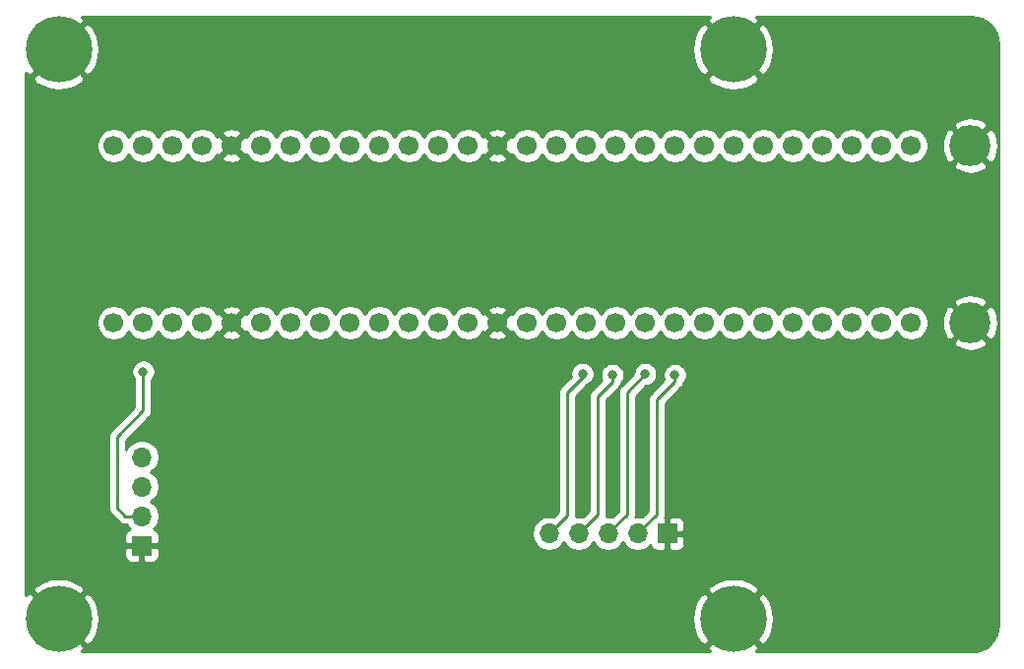
<source format=gbl>
G04 #@! TF.GenerationSoftware,KiCad,Pcbnew,(5.1.5-0-10_14)*
G04 #@! TF.CreationDate,2020-04-21T13:10:17+02:00*
G04 #@! TF.ProjectId,Curiosity_Nano_Full-bridge_module_rev1,43757269-6f73-4697-9479-5f4e616e6f5f,rev?*
G04 #@! TF.SameCoordinates,Original*
G04 #@! TF.FileFunction,Copper,L2,Bot*
G04 #@! TF.FilePolarity,Positive*
%FSLAX46Y46*%
G04 Gerber Fmt 4.6, Leading zero omitted, Abs format (unit mm)*
G04 Created by KiCad (PCBNEW (5.1.5-0-10_14)) date 2020-04-21 13:10:17*
%MOMM*%
%LPD*%
G04 APERTURE LIST*
%ADD10C,3.540000*%
%ADD11C,1.700000*%
%ADD12C,5.700000*%
%ADD13R,1.700000X1.700000*%
%ADD14O,1.700000X1.700000*%
%ADD15C,0.800000*%
%ADD16C,0.250000*%
%ADD17C,0.254000*%
G04 APERTURE END LIST*
D10*
X143890000Y-82010000D03*
X143890000Y-66770000D03*
D11*
X70230000Y-82010000D03*
X72770000Y-82010000D03*
X75310000Y-82010000D03*
X77850000Y-82010000D03*
X80390000Y-82010000D03*
X82930000Y-82010000D03*
X85470000Y-82010000D03*
X88010000Y-82010000D03*
X90550000Y-82010000D03*
X93090000Y-82010000D03*
X95630000Y-82010000D03*
X98170000Y-82010000D03*
X100710000Y-82010000D03*
X103250000Y-82010000D03*
X105790000Y-82010000D03*
X108330000Y-82010000D03*
X110870000Y-82010000D03*
X113410000Y-82010000D03*
X115950000Y-82010000D03*
X118490000Y-82010000D03*
X121030000Y-82010000D03*
X123570000Y-82010000D03*
X126110000Y-82010000D03*
X128650000Y-82010000D03*
X131190000Y-82010000D03*
X133730000Y-82010000D03*
X136270000Y-82010000D03*
X138810000Y-82010000D03*
X70230000Y-66770000D03*
X72770000Y-66770000D03*
X75310000Y-66770000D03*
X77850000Y-66770000D03*
X80390000Y-66770000D03*
X82930000Y-66770000D03*
X85470000Y-66770000D03*
X88010000Y-66770000D03*
X90550000Y-66770000D03*
X93090000Y-66770000D03*
X95630000Y-66770000D03*
X98170000Y-66770000D03*
X100710000Y-66770000D03*
X103250000Y-66770000D03*
X105790000Y-66770000D03*
X108330000Y-66770000D03*
X110870000Y-66770000D03*
X113410000Y-66770000D03*
X115950000Y-66770000D03*
X118490000Y-66770000D03*
X121030000Y-66770000D03*
X123570000Y-66770000D03*
X126110000Y-66770000D03*
X128650000Y-66770000D03*
X131190000Y-66770000D03*
X133730000Y-66770000D03*
X136270000Y-66770000D03*
X138810000Y-66770000D03*
D12*
X123500000Y-58500000D03*
X123500000Y-107500000D03*
X65500000Y-58500000D03*
X65500000Y-107500000D03*
D13*
X72650000Y-101190000D03*
D14*
X72650000Y-98650000D03*
X72650000Y-96110000D03*
X72650000Y-93570000D03*
D13*
X117830000Y-100150000D03*
D14*
X115290000Y-100150000D03*
X112750000Y-100150000D03*
X110210000Y-100150000D03*
X107670000Y-100150000D03*
D15*
X80403700Y-88798400D03*
X80391000Y-86245700D03*
X133197600Y-105347600D03*
X137410000Y-98950000D03*
X137410000Y-89760000D03*
X135480000Y-90320000D03*
X132440000Y-90380000D03*
X133910000Y-94900000D03*
X130670000Y-93670000D03*
X118380000Y-89780000D03*
X115590000Y-89780000D03*
X113110000Y-89790000D03*
X110510000Y-89810000D03*
X108040000Y-89840000D03*
X108450000Y-86530000D03*
X118400000Y-93730000D03*
X115650000Y-93670000D03*
X113130000Y-93820000D03*
X110490000Y-93740000D03*
X107910000Y-93720000D03*
X91010000Y-93500000D03*
X91110000Y-89930000D03*
X91150000Y-96910000D03*
X90510000Y-105300000D03*
X90160000Y-102590000D03*
X105090000Y-105190000D03*
X105180000Y-98770000D03*
X107500000Y-96700000D03*
X78940000Y-93410000D03*
X81370000Y-93320000D03*
X84030000Y-98050000D03*
X82580000Y-97150000D03*
X80990000Y-99880000D03*
X81170000Y-102700000D03*
X80270000Y-91930000D03*
X76790000Y-89430000D03*
X78530000Y-87500000D03*
X74180000Y-88980000D03*
X79430000Y-108200000D03*
X79400000Y-105480000D03*
X103270000Y-86530000D03*
X103250000Y-62500000D03*
X80400000Y-62500000D03*
X120230000Y-109860000D03*
X105050000Y-109550000D03*
X89250000Y-108430000D03*
X128120000Y-104840000D03*
X139630000Y-101430000D03*
X140570000Y-86690000D03*
X140590000Y-93730000D03*
X69600000Y-87350000D03*
X143070000Y-58550000D03*
X71330000Y-57340000D03*
X126100000Y-101350000D03*
X129060000Y-99000000D03*
X128960000Y-96950000D03*
X119160000Y-96810000D03*
X69360000Y-109560000D03*
X71500000Y-104810000D03*
X68580000Y-91010000D03*
X63300000Y-91090000D03*
X72830000Y-91250000D03*
X75480000Y-97480000D03*
X75060000Y-103090000D03*
X120440000Y-104700000D03*
X120650000Y-101630000D03*
X63280000Y-103770000D03*
X120990000Y-86580000D03*
X136250000Y-86510000D03*
X113120000Y-86520000D03*
X110550000Y-86410000D03*
X118490000Y-86500000D03*
X115940000Y-86430000D03*
X72770000Y-86220000D03*
D16*
X113120000Y-87085685D02*
X111870000Y-88335685D01*
X113120000Y-86520000D02*
X113120000Y-87085685D01*
X110810000Y-86430000D02*
X109230000Y-88010000D01*
X118490000Y-87065685D02*
X116910000Y-88645685D01*
X118490000Y-86500000D02*
X118490000Y-87065685D01*
X115940000Y-86430000D02*
X114360000Y-88010000D01*
X72770000Y-86220000D02*
X72770000Y-89580000D01*
X72770000Y-89580000D02*
X70530000Y-91820000D01*
X70530000Y-91820000D02*
X70530000Y-97940000D01*
X71240000Y-98650000D02*
X71447919Y-98650000D01*
X70530000Y-97940000D02*
X71240000Y-98650000D01*
X71447919Y-98650000D02*
X72650000Y-98650000D01*
X116910000Y-88645685D02*
X116910000Y-98520000D01*
X116910000Y-98520000D02*
X115270000Y-100160000D01*
X114360000Y-88010000D02*
X114360000Y-98550000D01*
X114360000Y-98550000D02*
X112740000Y-100170000D01*
X111870000Y-88335685D02*
X111870000Y-98490000D01*
X111870000Y-98490000D02*
X110210000Y-100150000D01*
X109230000Y-98590000D02*
X107670000Y-100150000D01*
X109230000Y-88010000D02*
X109230000Y-98590000D01*
D17*
G36*
X121227572Y-56047967D02*
G01*
X123500000Y-58320395D01*
X125772428Y-56047967D01*
X125517941Y-55685000D01*
X143966495Y-55685000D01*
X144449016Y-55732312D01*
X144880930Y-55862714D01*
X145279285Y-56074524D01*
X145628914Y-56359675D01*
X145916497Y-56707303D01*
X146131086Y-57104177D01*
X146264498Y-57535161D01*
X146315000Y-58015654D01*
X146315001Y-107966485D01*
X146267688Y-108449016D01*
X146137287Y-108880927D01*
X145925480Y-109279280D01*
X145640325Y-109628914D01*
X145292697Y-109916497D01*
X144895825Y-110131085D01*
X144464834Y-110264500D01*
X143984346Y-110315000D01*
X125517941Y-110315000D01*
X125772428Y-109952033D01*
X123500000Y-107679605D01*
X121227572Y-109952033D01*
X121482059Y-110315000D01*
X67517941Y-110315000D01*
X67772428Y-109952033D01*
X65500000Y-107679605D01*
X65485858Y-107693748D01*
X65306253Y-107514143D01*
X65320395Y-107500000D01*
X65679605Y-107500000D01*
X67952033Y-109772428D01*
X68405850Y-109454243D01*
X68731269Y-108849790D01*
X68932512Y-108193465D01*
X69001845Y-107510490D01*
X68999843Y-107489510D01*
X119998155Y-107489510D01*
X120063395Y-108172888D01*
X120260702Y-108830407D01*
X120582494Y-109436799D01*
X120594150Y-109454243D01*
X121047967Y-109772428D01*
X123320395Y-107500000D01*
X123679605Y-107500000D01*
X125952033Y-109772428D01*
X126405850Y-109454243D01*
X126731269Y-108849790D01*
X126932512Y-108193465D01*
X127001845Y-107510490D01*
X126936605Y-106827112D01*
X126739298Y-106169593D01*
X126417506Y-105563201D01*
X126405850Y-105545757D01*
X125952033Y-105227572D01*
X123679605Y-107500000D01*
X123320395Y-107500000D01*
X121047967Y-105227572D01*
X120594150Y-105545757D01*
X120268731Y-106150210D01*
X120067488Y-106806535D01*
X119998155Y-107489510D01*
X68999843Y-107489510D01*
X68936605Y-106827112D01*
X68739298Y-106169593D01*
X68417506Y-105563201D01*
X68405850Y-105545757D01*
X67952033Y-105227572D01*
X65679605Y-107500000D01*
X65320395Y-107500000D01*
X63047967Y-105227572D01*
X62685000Y-105482059D01*
X62685000Y-105047967D01*
X63227572Y-105047967D01*
X65500000Y-107320395D01*
X67772428Y-105047967D01*
X121227572Y-105047967D01*
X123500000Y-107320395D01*
X125772428Y-105047967D01*
X125454243Y-104594150D01*
X124849790Y-104268731D01*
X124193465Y-104067488D01*
X123510490Y-103998155D01*
X122827112Y-104063395D01*
X122169593Y-104260702D01*
X121563201Y-104582494D01*
X121545757Y-104594150D01*
X121227572Y-105047967D01*
X67772428Y-105047967D01*
X67454243Y-104594150D01*
X66849790Y-104268731D01*
X66193465Y-104067488D01*
X65510490Y-103998155D01*
X64827112Y-104063395D01*
X64169593Y-104260702D01*
X63563201Y-104582494D01*
X63545757Y-104594150D01*
X63227572Y-105047967D01*
X62685000Y-105047967D01*
X62685000Y-102040000D01*
X71161928Y-102040000D01*
X71174188Y-102164482D01*
X71210498Y-102284180D01*
X71269463Y-102394494D01*
X71348815Y-102491185D01*
X71445506Y-102570537D01*
X71555820Y-102629502D01*
X71675518Y-102665812D01*
X71800000Y-102678072D01*
X72364250Y-102675000D01*
X72523000Y-102516250D01*
X72523000Y-101317000D01*
X72777000Y-101317000D01*
X72777000Y-102516250D01*
X72935750Y-102675000D01*
X73500000Y-102678072D01*
X73624482Y-102665812D01*
X73744180Y-102629502D01*
X73854494Y-102570537D01*
X73951185Y-102491185D01*
X74030537Y-102394494D01*
X74089502Y-102284180D01*
X74125812Y-102164482D01*
X74138072Y-102040000D01*
X74135000Y-101475750D01*
X73976250Y-101317000D01*
X72777000Y-101317000D01*
X72523000Y-101317000D01*
X71323750Y-101317000D01*
X71165000Y-101475750D01*
X71161928Y-102040000D01*
X62685000Y-102040000D01*
X62685000Y-91820000D01*
X69766324Y-91820000D01*
X69770000Y-91857323D01*
X69770001Y-97902668D01*
X69766324Y-97940000D01*
X69770001Y-97977333D01*
X69773714Y-98015026D01*
X69780998Y-98088985D01*
X69824454Y-98232246D01*
X69895026Y-98364276D01*
X69958005Y-98441015D01*
X69990000Y-98480001D01*
X70018998Y-98503799D01*
X70676201Y-99161002D01*
X70699999Y-99190001D01*
X70728997Y-99213799D01*
X70815724Y-99284974D01*
X70947753Y-99355546D01*
X71091014Y-99399003D01*
X71240000Y-99413677D01*
X71277333Y-99410000D01*
X71371822Y-99410000D01*
X71496525Y-99596632D01*
X71628380Y-99728487D01*
X71555820Y-99750498D01*
X71445506Y-99809463D01*
X71348815Y-99888815D01*
X71269463Y-99985506D01*
X71210498Y-100095820D01*
X71174188Y-100215518D01*
X71161928Y-100340000D01*
X71165000Y-100904250D01*
X71323750Y-101063000D01*
X72523000Y-101063000D01*
X72523000Y-101043000D01*
X72777000Y-101043000D01*
X72777000Y-101063000D01*
X73976250Y-101063000D01*
X74135000Y-100904250D01*
X74138072Y-100340000D01*
X74125812Y-100215518D01*
X74089502Y-100095820D01*
X74040284Y-100003740D01*
X106185000Y-100003740D01*
X106185000Y-100296260D01*
X106242068Y-100583158D01*
X106354010Y-100853411D01*
X106516525Y-101096632D01*
X106723368Y-101303475D01*
X106966589Y-101465990D01*
X107236842Y-101577932D01*
X107523740Y-101635000D01*
X107816260Y-101635000D01*
X108103158Y-101577932D01*
X108373411Y-101465990D01*
X108616632Y-101303475D01*
X108823475Y-101096632D01*
X108940000Y-100922240D01*
X109056525Y-101096632D01*
X109263368Y-101303475D01*
X109506589Y-101465990D01*
X109776842Y-101577932D01*
X110063740Y-101635000D01*
X110356260Y-101635000D01*
X110643158Y-101577932D01*
X110913411Y-101465990D01*
X111156632Y-101303475D01*
X111363475Y-101096632D01*
X111480000Y-100922240D01*
X111596525Y-101096632D01*
X111803368Y-101303475D01*
X112046589Y-101465990D01*
X112316842Y-101577932D01*
X112603740Y-101635000D01*
X112896260Y-101635000D01*
X113183158Y-101577932D01*
X113453411Y-101465990D01*
X113696632Y-101303475D01*
X113903475Y-101096632D01*
X114020000Y-100922240D01*
X114136525Y-101096632D01*
X114343368Y-101303475D01*
X114586589Y-101465990D01*
X114856842Y-101577932D01*
X115143740Y-101635000D01*
X115436260Y-101635000D01*
X115723158Y-101577932D01*
X115993411Y-101465990D01*
X116236632Y-101303475D01*
X116368487Y-101171620D01*
X116390498Y-101244180D01*
X116449463Y-101354494D01*
X116528815Y-101451185D01*
X116625506Y-101530537D01*
X116735820Y-101589502D01*
X116855518Y-101625812D01*
X116980000Y-101638072D01*
X117544250Y-101635000D01*
X117703000Y-101476250D01*
X117703000Y-100277000D01*
X117957000Y-100277000D01*
X117957000Y-101476250D01*
X118115750Y-101635000D01*
X118680000Y-101638072D01*
X118804482Y-101625812D01*
X118924180Y-101589502D01*
X119034494Y-101530537D01*
X119131185Y-101451185D01*
X119210537Y-101354494D01*
X119269502Y-101244180D01*
X119305812Y-101124482D01*
X119318072Y-101000000D01*
X119315000Y-100435750D01*
X119156250Y-100277000D01*
X117957000Y-100277000D01*
X117703000Y-100277000D01*
X117683000Y-100277000D01*
X117683000Y-100023000D01*
X117703000Y-100023000D01*
X117703000Y-98823750D01*
X117957000Y-98823750D01*
X117957000Y-100023000D01*
X119156250Y-100023000D01*
X119315000Y-99864250D01*
X119318072Y-99300000D01*
X119305812Y-99175518D01*
X119269502Y-99055820D01*
X119210537Y-98945506D01*
X119131185Y-98848815D01*
X119034494Y-98769463D01*
X118924180Y-98710498D01*
X118804482Y-98674188D01*
X118680000Y-98661928D01*
X118115750Y-98665000D01*
X117957000Y-98823750D01*
X117703000Y-98823750D01*
X117633223Y-98753973D01*
X117659003Y-98668986D01*
X117670000Y-98557333D01*
X117670000Y-98557324D01*
X117673676Y-98520001D01*
X117670000Y-98482678D01*
X117670000Y-88960486D01*
X119001008Y-87629480D01*
X119030001Y-87605686D01*
X119053795Y-87576693D01*
X119053799Y-87576689D01*
X119111811Y-87506000D01*
X119124974Y-87489961D01*
X119195546Y-87357932D01*
X119238987Y-87214724D01*
X119293937Y-87159774D01*
X119407205Y-86990256D01*
X119485226Y-86801898D01*
X119525000Y-86601939D01*
X119525000Y-86398061D01*
X119485226Y-86198102D01*
X119407205Y-86009744D01*
X119293937Y-85840226D01*
X119149774Y-85696063D01*
X118980256Y-85582795D01*
X118791898Y-85504774D01*
X118591939Y-85465000D01*
X118388061Y-85465000D01*
X118188102Y-85504774D01*
X117999744Y-85582795D01*
X117830226Y-85696063D01*
X117686063Y-85840226D01*
X117572795Y-86009744D01*
X117494774Y-86198102D01*
X117455000Y-86398061D01*
X117455000Y-86601939D01*
X117494774Y-86801898D01*
X117548728Y-86932154D01*
X116399002Y-88081882D01*
X116369999Y-88105684D01*
X116314871Y-88172859D01*
X116275026Y-88221409D01*
X116213944Y-88335685D01*
X116204454Y-88353439D01*
X116160997Y-88496700D01*
X116150000Y-88608353D01*
X116150000Y-88608363D01*
X116146324Y-88645685D01*
X116150000Y-88683007D01*
X116150001Y-98205197D01*
X115648067Y-98707131D01*
X115436260Y-98665000D01*
X115143740Y-98665000D01*
X115111723Y-98671369D01*
X115120000Y-98587333D01*
X115120000Y-98587323D01*
X115123676Y-98550000D01*
X115120000Y-98512677D01*
X115120000Y-88324801D01*
X115979802Y-87465000D01*
X116041939Y-87465000D01*
X116241898Y-87425226D01*
X116430256Y-87347205D01*
X116599774Y-87233937D01*
X116743937Y-87089774D01*
X116857205Y-86920256D01*
X116935226Y-86731898D01*
X116975000Y-86531939D01*
X116975000Y-86328061D01*
X116935226Y-86128102D01*
X116857205Y-85939744D01*
X116743937Y-85770226D01*
X116599774Y-85626063D01*
X116430256Y-85512795D01*
X116241898Y-85434774D01*
X116041939Y-85395000D01*
X115838061Y-85395000D01*
X115638102Y-85434774D01*
X115449744Y-85512795D01*
X115280226Y-85626063D01*
X115136063Y-85770226D01*
X115022795Y-85939744D01*
X114944774Y-86128102D01*
X114905000Y-86328061D01*
X114905000Y-86390198D01*
X113849002Y-87446197D01*
X113819999Y-87469999D01*
X113787203Y-87509962D01*
X113725026Y-87585724D01*
X113724514Y-87586682D01*
X113654454Y-87717754D01*
X113610997Y-87861015D01*
X113600000Y-87972668D01*
X113600000Y-87972678D01*
X113596324Y-88010000D01*
X113600000Y-88047322D01*
X113600001Y-98235197D01*
X113124749Y-98710450D01*
X112896260Y-98665000D01*
X112611112Y-98665000D01*
X112619003Y-98638986D01*
X112630000Y-98527333D01*
X112633677Y-98490000D01*
X112630000Y-98452667D01*
X112630000Y-88650486D01*
X113631003Y-87649484D01*
X113660001Y-87625686D01*
X113700212Y-87576689D01*
X113754974Y-87509962D01*
X113825546Y-87377932D01*
X113868987Y-87234724D01*
X113923937Y-87179774D01*
X114037205Y-87010256D01*
X114115226Y-86821898D01*
X114155000Y-86621939D01*
X114155000Y-86418061D01*
X114115226Y-86218102D01*
X114037205Y-86029744D01*
X113923937Y-85860226D01*
X113779774Y-85716063D01*
X113610256Y-85602795D01*
X113421898Y-85524774D01*
X113221939Y-85485000D01*
X113018061Y-85485000D01*
X112818102Y-85524774D01*
X112629744Y-85602795D01*
X112460226Y-85716063D01*
X112316063Y-85860226D01*
X112202795Y-86029744D01*
X112124774Y-86218102D01*
X112085000Y-86418061D01*
X112085000Y-86621939D01*
X112124774Y-86821898D01*
X112178729Y-86952155D01*
X111359003Y-87771881D01*
X111329999Y-87795684D01*
X111297990Y-87834688D01*
X111235026Y-87911409D01*
X111202283Y-87972667D01*
X111164454Y-88043439D01*
X111120997Y-88186700D01*
X111110000Y-88298353D01*
X111110000Y-88298363D01*
X111106324Y-88335685D01*
X111110000Y-88373007D01*
X111110001Y-98175197D01*
X110576408Y-98708790D01*
X110356260Y-98665000D01*
X110063740Y-98665000D01*
X109984742Y-98680714D01*
X109990000Y-98627333D01*
X109990000Y-98627324D01*
X109993676Y-98590001D01*
X109990000Y-98552678D01*
X109990000Y-88324801D01*
X110950362Y-87364441D01*
X111040256Y-87327205D01*
X111209774Y-87213937D01*
X111353937Y-87069774D01*
X111467205Y-86900256D01*
X111545226Y-86711898D01*
X111585000Y-86511939D01*
X111585000Y-86308061D01*
X111545226Y-86108102D01*
X111467205Y-85919744D01*
X111353937Y-85750226D01*
X111209774Y-85606063D01*
X111040256Y-85492795D01*
X110851898Y-85414774D01*
X110651939Y-85375000D01*
X110448061Y-85375000D01*
X110248102Y-85414774D01*
X110059744Y-85492795D01*
X109890226Y-85606063D01*
X109746063Y-85750226D01*
X109632795Y-85919744D01*
X109554774Y-86108102D01*
X109515000Y-86308061D01*
X109515000Y-86511939D01*
X109537938Y-86627259D01*
X108719002Y-87446197D01*
X108689999Y-87469999D01*
X108657203Y-87509962D01*
X108595026Y-87585724D01*
X108594514Y-87586682D01*
X108524454Y-87717754D01*
X108480997Y-87861015D01*
X108470000Y-87972668D01*
X108470000Y-87972678D01*
X108466324Y-88010000D01*
X108470000Y-88047322D01*
X108470001Y-98275197D01*
X108036408Y-98708790D01*
X107816260Y-98665000D01*
X107523740Y-98665000D01*
X107236842Y-98722068D01*
X106966589Y-98834010D01*
X106723368Y-98996525D01*
X106516525Y-99203368D01*
X106354010Y-99446589D01*
X106242068Y-99716842D01*
X106185000Y-100003740D01*
X74040284Y-100003740D01*
X74030537Y-99985506D01*
X73951185Y-99888815D01*
X73854494Y-99809463D01*
X73744180Y-99750498D01*
X73671620Y-99728487D01*
X73803475Y-99596632D01*
X73965990Y-99353411D01*
X74077932Y-99083158D01*
X74135000Y-98796260D01*
X74135000Y-98503740D01*
X74077932Y-98216842D01*
X73965990Y-97946589D01*
X73803475Y-97703368D01*
X73596632Y-97496525D01*
X73422240Y-97380000D01*
X73596632Y-97263475D01*
X73803475Y-97056632D01*
X73965990Y-96813411D01*
X74077932Y-96543158D01*
X74135000Y-96256260D01*
X74135000Y-95963740D01*
X74077932Y-95676842D01*
X73965990Y-95406589D01*
X73803475Y-95163368D01*
X73596632Y-94956525D01*
X73422240Y-94840000D01*
X73596632Y-94723475D01*
X73803475Y-94516632D01*
X73965990Y-94273411D01*
X74077932Y-94003158D01*
X74135000Y-93716260D01*
X74135000Y-93423740D01*
X74077932Y-93136842D01*
X73965990Y-92866589D01*
X73803475Y-92623368D01*
X73596632Y-92416525D01*
X73353411Y-92254010D01*
X73083158Y-92142068D01*
X72796260Y-92085000D01*
X72503740Y-92085000D01*
X72216842Y-92142068D01*
X71946589Y-92254010D01*
X71703368Y-92416525D01*
X71496525Y-92623368D01*
X71334010Y-92866589D01*
X71290000Y-92972839D01*
X71290000Y-92134801D01*
X73281008Y-90143795D01*
X73310001Y-90120001D01*
X73333795Y-90091008D01*
X73333799Y-90091004D01*
X73404973Y-90004277D01*
X73404974Y-90004276D01*
X73475546Y-89872247D01*
X73519003Y-89728986D01*
X73530000Y-89617333D01*
X73530000Y-89617324D01*
X73533676Y-89580001D01*
X73530000Y-89542678D01*
X73530000Y-86923711D01*
X73573937Y-86879774D01*
X73687205Y-86710256D01*
X73765226Y-86521898D01*
X73805000Y-86321939D01*
X73805000Y-86118061D01*
X73765226Y-85918102D01*
X73687205Y-85729744D01*
X73573937Y-85560226D01*
X73429774Y-85416063D01*
X73260256Y-85302795D01*
X73071898Y-85224774D01*
X72871939Y-85185000D01*
X72668061Y-85185000D01*
X72468102Y-85224774D01*
X72279744Y-85302795D01*
X72110226Y-85416063D01*
X71966063Y-85560226D01*
X71852795Y-85729744D01*
X71774774Y-85918102D01*
X71735000Y-86118061D01*
X71735000Y-86321939D01*
X71774774Y-86521898D01*
X71852795Y-86710256D01*
X71966063Y-86879774D01*
X72010000Y-86923711D01*
X72010001Y-89265196D01*
X70019002Y-91256196D01*
X69989999Y-91279999D01*
X69934871Y-91347174D01*
X69895026Y-91395724D01*
X69824455Y-91527753D01*
X69824454Y-91527754D01*
X69780997Y-91671015D01*
X69770000Y-91782668D01*
X69770000Y-91782678D01*
X69766324Y-91820000D01*
X62685000Y-91820000D01*
X62685000Y-83693842D01*
X142385763Y-83693842D01*
X142574244Y-84037047D01*
X142994983Y-84254789D01*
X143450117Y-84386265D01*
X143922156Y-84426422D01*
X144392958Y-84373718D01*
X144844432Y-84230177D01*
X145205756Y-84037047D01*
X145394237Y-83693842D01*
X143890000Y-82189605D01*
X142385763Y-83693842D01*
X62685000Y-83693842D01*
X62685000Y-81863740D01*
X68745000Y-81863740D01*
X68745000Y-82156260D01*
X68802068Y-82443158D01*
X68914010Y-82713411D01*
X69076525Y-82956632D01*
X69283368Y-83163475D01*
X69526589Y-83325990D01*
X69796842Y-83437932D01*
X70083740Y-83495000D01*
X70376260Y-83495000D01*
X70663158Y-83437932D01*
X70933411Y-83325990D01*
X71176632Y-83163475D01*
X71383475Y-82956632D01*
X71500000Y-82782240D01*
X71616525Y-82956632D01*
X71823368Y-83163475D01*
X72066589Y-83325990D01*
X72336842Y-83437932D01*
X72623740Y-83495000D01*
X72916260Y-83495000D01*
X73203158Y-83437932D01*
X73473411Y-83325990D01*
X73716632Y-83163475D01*
X73923475Y-82956632D01*
X74040000Y-82782240D01*
X74156525Y-82956632D01*
X74363368Y-83163475D01*
X74606589Y-83325990D01*
X74876842Y-83437932D01*
X75163740Y-83495000D01*
X75456260Y-83495000D01*
X75743158Y-83437932D01*
X76013411Y-83325990D01*
X76256632Y-83163475D01*
X76463475Y-82956632D01*
X76580000Y-82782240D01*
X76696525Y-82956632D01*
X76903368Y-83163475D01*
X77146589Y-83325990D01*
X77416842Y-83437932D01*
X77703740Y-83495000D01*
X77996260Y-83495000D01*
X78283158Y-83437932D01*
X78553411Y-83325990D01*
X78796632Y-83163475D01*
X78921710Y-83038397D01*
X79541208Y-83038397D01*
X79618843Y-83287472D01*
X79882883Y-83413371D01*
X80166411Y-83485339D01*
X80458531Y-83500611D01*
X80748019Y-83458599D01*
X81023747Y-83360919D01*
X81161157Y-83287472D01*
X81238792Y-83038397D01*
X80390000Y-82189605D01*
X79541208Y-83038397D01*
X78921710Y-83038397D01*
X79003475Y-82956632D01*
X79119311Y-82783271D01*
X79361603Y-82858792D01*
X80210395Y-82010000D01*
X80569605Y-82010000D01*
X81418397Y-82858792D01*
X81660689Y-82783271D01*
X81776525Y-82956632D01*
X81983368Y-83163475D01*
X82226589Y-83325990D01*
X82496842Y-83437932D01*
X82783740Y-83495000D01*
X83076260Y-83495000D01*
X83363158Y-83437932D01*
X83633411Y-83325990D01*
X83876632Y-83163475D01*
X84083475Y-82956632D01*
X84200000Y-82782240D01*
X84316525Y-82956632D01*
X84523368Y-83163475D01*
X84766589Y-83325990D01*
X85036842Y-83437932D01*
X85323740Y-83495000D01*
X85616260Y-83495000D01*
X85903158Y-83437932D01*
X86173411Y-83325990D01*
X86416632Y-83163475D01*
X86623475Y-82956632D01*
X86740000Y-82782240D01*
X86856525Y-82956632D01*
X87063368Y-83163475D01*
X87306589Y-83325990D01*
X87576842Y-83437932D01*
X87863740Y-83495000D01*
X88156260Y-83495000D01*
X88443158Y-83437932D01*
X88713411Y-83325990D01*
X88956632Y-83163475D01*
X89163475Y-82956632D01*
X89280000Y-82782240D01*
X89396525Y-82956632D01*
X89603368Y-83163475D01*
X89846589Y-83325990D01*
X90116842Y-83437932D01*
X90403740Y-83495000D01*
X90696260Y-83495000D01*
X90983158Y-83437932D01*
X91253411Y-83325990D01*
X91496632Y-83163475D01*
X91703475Y-82956632D01*
X91820000Y-82782240D01*
X91936525Y-82956632D01*
X92143368Y-83163475D01*
X92386589Y-83325990D01*
X92656842Y-83437932D01*
X92943740Y-83495000D01*
X93236260Y-83495000D01*
X93523158Y-83437932D01*
X93793411Y-83325990D01*
X94036632Y-83163475D01*
X94243475Y-82956632D01*
X94360000Y-82782240D01*
X94476525Y-82956632D01*
X94683368Y-83163475D01*
X94926589Y-83325990D01*
X95196842Y-83437932D01*
X95483740Y-83495000D01*
X95776260Y-83495000D01*
X96063158Y-83437932D01*
X96333411Y-83325990D01*
X96576632Y-83163475D01*
X96783475Y-82956632D01*
X96900000Y-82782240D01*
X97016525Y-82956632D01*
X97223368Y-83163475D01*
X97466589Y-83325990D01*
X97736842Y-83437932D01*
X98023740Y-83495000D01*
X98316260Y-83495000D01*
X98603158Y-83437932D01*
X98873411Y-83325990D01*
X99116632Y-83163475D01*
X99323475Y-82956632D01*
X99440000Y-82782240D01*
X99556525Y-82956632D01*
X99763368Y-83163475D01*
X100006589Y-83325990D01*
X100276842Y-83437932D01*
X100563740Y-83495000D01*
X100856260Y-83495000D01*
X101143158Y-83437932D01*
X101413411Y-83325990D01*
X101656632Y-83163475D01*
X101781710Y-83038397D01*
X102401208Y-83038397D01*
X102478843Y-83287472D01*
X102742883Y-83413371D01*
X103026411Y-83485339D01*
X103318531Y-83500611D01*
X103608019Y-83458599D01*
X103883747Y-83360919D01*
X104021157Y-83287472D01*
X104098792Y-83038397D01*
X103250000Y-82189605D01*
X102401208Y-83038397D01*
X101781710Y-83038397D01*
X101863475Y-82956632D01*
X101979311Y-82783271D01*
X102221603Y-82858792D01*
X103070395Y-82010000D01*
X103429605Y-82010000D01*
X104278397Y-82858792D01*
X104520689Y-82783271D01*
X104636525Y-82956632D01*
X104843368Y-83163475D01*
X105086589Y-83325990D01*
X105356842Y-83437932D01*
X105643740Y-83495000D01*
X105936260Y-83495000D01*
X106223158Y-83437932D01*
X106493411Y-83325990D01*
X106736632Y-83163475D01*
X106943475Y-82956632D01*
X107060000Y-82782240D01*
X107176525Y-82956632D01*
X107383368Y-83163475D01*
X107626589Y-83325990D01*
X107896842Y-83437932D01*
X108183740Y-83495000D01*
X108476260Y-83495000D01*
X108763158Y-83437932D01*
X109033411Y-83325990D01*
X109276632Y-83163475D01*
X109483475Y-82956632D01*
X109600000Y-82782240D01*
X109716525Y-82956632D01*
X109923368Y-83163475D01*
X110166589Y-83325990D01*
X110436842Y-83437932D01*
X110723740Y-83495000D01*
X111016260Y-83495000D01*
X111303158Y-83437932D01*
X111573411Y-83325990D01*
X111816632Y-83163475D01*
X112023475Y-82956632D01*
X112140000Y-82782240D01*
X112256525Y-82956632D01*
X112463368Y-83163475D01*
X112706589Y-83325990D01*
X112976842Y-83437932D01*
X113263740Y-83495000D01*
X113556260Y-83495000D01*
X113843158Y-83437932D01*
X114113411Y-83325990D01*
X114356632Y-83163475D01*
X114563475Y-82956632D01*
X114680000Y-82782240D01*
X114796525Y-82956632D01*
X115003368Y-83163475D01*
X115246589Y-83325990D01*
X115516842Y-83437932D01*
X115803740Y-83495000D01*
X116096260Y-83495000D01*
X116383158Y-83437932D01*
X116653411Y-83325990D01*
X116896632Y-83163475D01*
X117103475Y-82956632D01*
X117220000Y-82782240D01*
X117336525Y-82956632D01*
X117543368Y-83163475D01*
X117786589Y-83325990D01*
X118056842Y-83437932D01*
X118343740Y-83495000D01*
X118636260Y-83495000D01*
X118923158Y-83437932D01*
X119193411Y-83325990D01*
X119436632Y-83163475D01*
X119643475Y-82956632D01*
X119760000Y-82782240D01*
X119876525Y-82956632D01*
X120083368Y-83163475D01*
X120326589Y-83325990D01*
X120596842Y-83437932D01*
X120883740Y-83495000D01*
X121176260Y-83495000D01*
X121463158Y-83437932D01*
X121733411Y-83325990D01*
X121976632Y-83163475D01*
X122183475Y-82956632D01*
X122300000Y-82782240D01*
X122416525Y-82956632D01*
X122623368Y-83163475D01*
X122866589Y-83325990D01*
X123136842Y-83437932D01*
X123423740Y-83495000D01*
X123716260Y-83495000D01*
X124003158Y-83437932D01*
X124273411Y-83325990D01*
X124516632Y-83163475D01*
X124723475Y-82956632D01*
X124840000Y-82782240D01*
X124956525Y-82956632D01*
X125163368Y-83163475D01*
X125406589Y-83325990D01*
X125676842Y-83437932D01*
X125963740Y-83495000D01*
X126256260Y-83495000D01*
X126543158Y-83437932D01*
X126813411Y-83325990D01*
X127056632Y-83163475D01*
X127263475Y-82956632D01*
X127380000Y-82782240D01*
X127496525Y-82956632D01*
X127703368Y-83163475D01*
X127946589Y-83325990D01*
X128216842Y-83437932D01*
X128503740Y-83495000D01*
X128796260Y-83495000D01*
X129083158Y-83437932D01*
X129353411Y-83325990D01*
X129596632Y-83163475D01*
X129803475Y-82956632D01*
X129920000Y-82782240D01*
X130036525Y-82956632D01*
X130243368Y-83163475D01*
X130486589Y-83325990D01*
X130756842Y-83437932D01*
X131043740Y-83495000D01*
X131336260Y-83495000D01*
X131623158Y-83437932D01*
X131893411Y-83325990D01*
X132136632Y-83163475D01*
X132343475Y-82956632D01*
X132460000Y-82782240D01*
X132576525Y-82956632D01*
X132783368Y-83163475D01*
X133026589Y-83325990D01*
X133296842Y-83437932D01*
X133583740Y-83495000D01*
X133876260Y-83495000D01*
X134163158Y-83437932D01*
X134433411Y-83325990D01*
X134676632Y-83163475D01*
X134883475Y-82956632D01*
X135000000Y-82782240D01*
X135116525Y-82956632D01*
X135323368Y-83163475D01*
X135566589Y-83325990D01*
X135836842Y-83437932D01*
X136123740Y-83495000D01*
X136416260Y-83495000D01*
X136703158Y-83437932D01*
X136973411Y-83325990D01*
X137216632Y-83163475D01*
X137423475Y-82956632D01*
X137540000Y-82782240D01*
X137656525Y-82956632D01*
X137863368Y-83163475D01*
X138106589Y-83325990D01*
X138376842Y-83437932D01*
X138663740Y-83495000D01*
X138956260Y-83495000D01*
X139243158Y-83437932D01*
X139513411Y-83325990D01*
X139756632Y-83163475D01*
X139963475Y-82956632D01*
X140125990Y-82713411D01*
X140237932Y-82443158D01*
X140295000Y-82156260D01*
X140295000Y-82042156D01*
X141473578Y-82042156D01*
X141526282Y-82512958D01*
X141669823Y-82964432D01*
X141862953Y-83325756D01*
X142206158Y-83514237D01*
X143710395Y-82010000D01*
X144069605Y-82010000D01*
X145573842Y-83514237D01*
X145917047Y-83325756D01*
X146134789Y-82905017D01*
X146266265Y-82449883D01*
X146306422Y-81977844D01*
X146253718Y-81507042D01*
X146110177Y-81055568D01*
X145917047Y-80694244D01*
X145573842Y-80505763D01*
X144069605Y-82010000D01*
X143710395Y-82010000D01*
X142206158Y-80505763D01*
X141862953Y-80694244D01*
X141645211Y-81114983D01*
X141513735Y-81570117D01*
X141473578Y-82042156D01*
X140295000Y-82042156D01*
X140295000Y-81863740D01*
X140237932Y-81576842D01*
X140125990Y-81306589D01*
X139963475Y-81063368D01*
X139756632Y-80856525D01*
X139513411Y-80694010D01*
X139243158Y-80582068D01*
X138956260Y-80525000D01*
X138663740Y-80525000D01*
X138376842Y-80582068D01*
X138106589Y-80694010D01*
X137863368Y-80856525D01*
X137656525Y-81063368D01*
X137540000Y-81237760D01*
X137423475Y-81063368D01*
X137216632Y-80856525D01*
X136973411Y-80694010D01*
X136703158Y-80582068D01*
X136416260Y-80525000D01*
X136123740Y-80525000D01*
X135836842Y-80582068D01*
X135566589Y-80694010D01*
X135323368Y-80856525D01*
X135116525Y-81063368D01*
X135000000Y-81237760D01*
X134883475Y-81063368D01*
X134676632Y-80856525D01*
X134433411Y-80694010D01*
X134163158Y-80582068D01*
X133876260Y-80525000D01*
X133583740Y-80525000D01*
X133296842Y-80582068D01*
X133026589Y-80694010D01*
X132783368Y-80856525D01*
X132576525Y-81063368D01*
X132460000Y-81237760D01*
X132343475Y-81063368D01*
X132136632Y-80856525D01*
X131893411Y-80694010D01*
X131623158Y-80582068D01*
X131336260Y-80525000D01*
X131043740Y-80525000D01*
X130756842Y-80582068D01*
X130486589Y-80694010D01*
X130243368Y-80856525D01*
X130036525Y-81063368D01*
X129920000Y-81237760D01*
X129803475Y-81063368D01*
X129596632Y-80856525D01*
X129353411Y-80694010D01*
X129083158Y-80582068D01*
X128796260Y-80525000D01*
X128503740Y-80525000D01*
X128216842Y-80582068D01*
X127946589Y-80694010D01*
X127703368Y-80856525D01*
X127496525Y-81063368D01*
X127380000Y-81237760D01*
X127263475Y-81063368D01*
X127056632Y-80856525D01*
X126813411Y-80694010D01*
X126543158Y-80582068D01*
X126256260Y-80525000D01*
X125963740Y-80525000D01*
X125676842Y-80582068D01*
X125406589Y-80694010D01*
X125163368Y-80856525D01*
X124956525Y-81063368D01*
X124840000Y-81237760D01*
X124723475Y-81063368D01*
X124516632Y-80856525D01*
X124273411Y-80694010D01*
X124003158Y-80582068D01*
X123716260Y-80525000D01*
X123423740Y-80525000D01*
X123136842Y-80582068D01*
X122866589Y-80694010D01*
X122623368Y-80856525D01*
X122416525Y-81063368D01*
X122300000Y-81237760D01*
X122183475Y-81063368D01*
X121976632Y-80856525D01*
X121733411Y-80694010D01*
X121463158Y-80582068D01*
X121176260Y-80525000D01*
X120883740Y-80525000D01*
X120596842Y-80582068D01*
X120326589Y-80694010D01*
X120083368Y-80856525D01*
X119876525Y-81063368D01*
X119760000Y-81237760D01*
X119643475Y-81063368D01*
X119436632Y-80856525D01*
X119193411Y-80694010D01*
X118923158Y-80582068D01*
X118636260Y-80525000D01*
X118343740Y-80525000D01*
X118056842Y-80582068D01*
X117786589Y-80694010D01*
X117543368Y-80856525D01*
X117336525Y-81063368D01*
X117220000Y-81237760D01*
X117103475Y-81063368D01*
X116896632Y-80856525D01*
X116653411Y-80694010D01*
X116383158Y-80582068D01*
X116096260Y-80525000D01*
X115803740Y-80525000D01*
X115516842Y-80582068D01*
X115246589Y-80694010D01*
X115003368Y-80856525D01*
X114796525Y-81063368D01*
X114680000Y-81237760D01*
X114563475Y-81063368D01*
X114356632Y-80856525D01*
X114113411Y-80694010D01*
X113843158Y-80582068D01*
X113556260Y-80525000D01*
X113263740Y-80525000D01*
X112976842Y-80582068D01*
X112706589Y-80694010D01*
X112463368Y-80856525D01*
X112256525Y-81063368D01*
X112140000Y-81237760D01*
X112023475Y-81063368D01*
X111816632Y-80856525D01*
X111573411Y-80694010D01*
X111303158Y-80582068D01*
X111016260Y-80525000D01*
X110723740Y-80525000D01*
X110436842Y-80582068D01*
X110166589Y-80694010D01*
X109923368Y-80856525D01*
X109716525Y-81063368D01*
X109600000Y-81237760D01*
X109483475Y-81063368D01*
X109276632Y-80856525D01*
X109033411Y-80694010D01*
X108763158Y-80582068D01*
X108476260Y-80525000D01*
X108183740Y-80525000D01*
X107896842Y-80582068D01*
X107626589Y-80694010D01*
X107383368Y-80856525D01*
X107176525Y-81063368D01*
X107060000Y-81237760D01*
X106943475Y-81063368D01*
X106736632Y-80856525D01*
X106493411Y-80694010D01*
X106223158Y-80582068D01*
X105936260Y-80525000D01*
X105643740Y-80525000D01*
X105356842Y-80582068D01*
X105086589Y-80694010D01*
X104843368Y-80856525D01*
X104636525Y-81063368D01*
X104520689Y-81236729D01*
X104278397Y-81161208D01*
X103429605Y-82010000D01*
X103070395Y-82010000D01*
X102221603Y-81161208D01*
X101979311Y-81236729D01*
X101863475Y-81063368D01*
X101781710Y-80981603D01*
X102401208Y-80981603D01*
X103250000Y-81830395D01*
X104098792Y-80981603D01*
X104021157Y-80732528D01*
X103757117Y-80606629D01*
X103473589Y-80534661D01*
X103181469Y-80519389D01*
X102891981Y-80561401D01*
X102616253Y-80659081D01*
X102478843Y-80732528D01*
X102401208Y-80981603D01*
X101781710Y-80981603D01*
X101656632Y-80856525D01*
X101413411Y-80694010D01*
X101143158Y-80582068D01*
X100856260Y-80525000D01*
X100563740Y-80525000D01*
X100276842Y-80582068D01*
X100006589Y-80694010D01*
X99763368Y-80856525D01*
X99556525Y-81063368D01*
X99440000Y-81237760D01*
X99323475Y-81063368D01*
X99116632Y-80856525D01*
X98873411Y-80694010D01*
X98603158Y-80582068D01*
X98316260Y-80525000D01*
X98023740Y-80525000D01*
X97736842Y-80582068D01*
X97466589Y-80694010D01*
X97223368Y-80856525D01*
X97016525Y-81063368D01*
X96900000Y-81237760D01*
X96783475Y-81063368D01*
X96576632Y-80856525D01*
X96333411Y-80694010D01*
X96063158Y-80582068D01*
X95776260Y-80525000D01*
X95483740Y-80525000D01*
X95196842Y-80582068D01*
X94926589Y-80694010D01*
X94683368Y-80856525D01*
X94476525Y-81063368D01*
X94360000Y-81237760D01*
X94243475Y-81063368D01*
X94036632Y-80856525D01*
X93793411Y-80694010D01*
X93523158Y-80582068D01*
X93236260Y-80525000D01*
X92943740Y-80525000D01*
X92656842Y-80582068D01*
X92386589Y-80694010D01*
X92143368Y-80856525D01*
X91936525Y-81063368D01*
X91820000Y-81237760D01*
X91703475Y-81063368D01*
X91496632Y-80856525D01*
X91253411Y-80694010D01*
X90983158Y-80582068D01*
X90696260Y-80525000D01*
X90403740Y-80525000D01*
X90116842Y-80582068D01*
X89846589Y-80694010D01*
X89603368Y-80856525D01*
X89396525Y-81063368D01*
X89280000Y-81237760D01*
X89163475Y-81063368D01*
X88956632Y-80856525D01*
X88713411Y-80694010D01*
X88443158Y-80582068D01*
X88156260Y-80525000D01*
X87863740Y-80525000D01*
X87576842Y-80582068D01*
X87306589Y-80694010D01*
X87063368Y-80856525D01*
X86856525Y-81063368D01*
X86740000Y-81237760D01*
X86623475Y-81063368D01*
X86416632Y-80856525D01*
X86173411Y-80694010D01*
X85903158Y-80582068D01*
X85616260Y-80525000D01*
X85323740Y-80525000D01*
X85036842Y-80582068D01*
X84766589Y-80694010D01*
X84523368Y-80856525D01*
X84316525Y-81063368D01*
X84200000Y-81237760D01*
X84083475Y-81063368D01*
X83876632Y-80856525D01*
X83633411Y-80694010D01*
X83363158Y-80582068D01*
X83076260Y-80525000D01*
X82783740Y-80525000D01*
X82496842Y-80582068D01*
X82226589Y-80694010D01*
X81983368Y-80856525D01*
X81776525Y-81063368D01*
X81660689Y-81236729D01*
X81418397Y-81161208D01*
X80569605Y-82010000D01*
X80210395Y-82010000D01*
X79361603Y-81161208D01*
X79119311Y-81236729D01*
X79003475Y-81063368D01*
X78921710Y-80981603D01*
X79541208Y-80981603D01*
X80390000Y-81830395D01*
X81238792Y-80981603D01*
X81161157Y-80732528D01*
X80897117Y-80606629D01*
X80613589Y-80534661D01*
X80321469Y-80519389D01*
X80031981Y-80561401D01*
X79756253Y-80659081D01*
X79618843Y-80732528D01*
X79541208Y-80981603D01*
X78921710Y-80981603D01*
X78796632Y-80856525D01*
X78553411Y-80694010D01*
X78283158Y-80582068D01*
X77996260Y-80525000D01*
X77703740Y-80525000D01*
X77416842Y-80582068D01*
X77146589Y-80694010D01*
X76903368Y-80856525D01*
X76696525Y-81063368D01*
X76580000Y-81237760D01*
X76463475Y-81063368D01*
X76256632Y-80856525D01*
X76013411Y-80694010D01*
X75743158Y-80582068D01*
X75456260Y-80525000D01*
X75163740Y-80525000D01*
X74876842Y-80582068D01*
X74606589Y-80694010D01*
X74363368Y-80856525D01*
X74156525Y-81063368D01*
X74040000Y-81237760D01*
X73923475Y-81063368D01*
X73716632Y-80856525D01*
X73473411Y-80694010D01*
X73203158Y-80582068D01*
X72916260Y-80525000D01*
X72623740Y-80525000D01*
X72336842Y-80582068D01*
X72066589Y-80694010D01*
X71823368Y-80856525D01*
X71616525Y-81063368D01*
X71500000Y-81237760D01*
X71383475Y-81063368D01*
X71176632Y-80856525D01*
X70933411Y-80694010D01*
X70663158Y-80582068D01*
X70376260Y-80525000D01*
X70083740Y-80525000D01*
X69796842Y-80582068D01*
X69526589Y-80694010D01*
X69283368Y-80856525D01*
X69076525Y-81063368D01*
X68914010Y-81306589D01*
X68802068Y-81576842D01*
X68745000Y-81863740D01*
X62685000Y-81863740D01*
X62685000Y-80326158D01*
X142385763Y-80326158D01*
X143890000Y-81830395D01*
X145394237Y-80326158D01*
X145205756Y-79982953D01*
X144785017Y-79765211D01*
X144329883Y-79633735D01*
X143857844Y-79593578D01*
X143387042Y-79646282D01*
X142935568Y-79789823D01*
X142574244Y-79982953D01*
X142385763Y-80326158D01*
X62685000Y-80326158D01*
X62685000Y-68453842D01*
X142385763Y-68453842D01*
X142574244Y-68797047D01*
X142994983Y-69014789D01*
X143450117Y-69146265D01*
X143922156Y-69186422D01*
X144392958Y-69133718D01*
X144844432Y-68990177D01*
X145205756Y-68797047D01*
X145394237Y-68453842D01*
X143890000Y-66949605D01*
X142385763Y-68453842D01*
X62685000Y-68453842D01*
X62685000Y-66623740D01*
X68745000Y-66623740D01*
X68745000Y-66916260D01*
X68802068Y-67203158D01*
X68914010Y-67473411D01*
X69076525Y-67716632D01*
X69283368Y-67923475D01*
X69526589Y-68085990D01*
X69796842Y-68197932D01*
X70083740Y-68255000D01*
X70376260Y-68255000D01*
X70663158Y-68197932D01*
X70933411Y-68085990D01*
X71176632Y-67923475D01*
X71383475Y-67716632D01*
X71500000Y-67542240D01*
X71616525Y-67716632D01*
X71823368Y-67923475D01*
X72066589Y-68085990D01*
X72336842Y-68197932D01*
X72623740Y-68255000D01*
X72916260Y-68255000D01*
X73203158Y-68197932D01*
X73473411Y-68085990D01*
X73716632Y-67923475D01*
X73923475Y-67716632D01*
X74040000Y-67542240D01*
X74156525Y-67716632D01*
X74363368Y-67923475D01*
X74606589Y-68085990D01*
X74876842Y-68197932D01*
X75163740Y-68255000D01*
X75456260Y-68255000D01*
X75743158Y-68197932D01*
X76013411Y-68085990D01*
X76256632Y-67923475D01*
X76463475Y-67716632D01*
X76580000Y-67542240D01*
X76696525Y-67716632D01*
X76903368Y-67923475D01*
X77146589Y-68085990D01*
X77416842Y-68197932D01*
X77703740Y-68255000D01*
X77996260Y-68255000D01*
X78283158Y-68197932D01*
X78553411Y-68085990D01*
X78796632Y-67923475D01*
X78921710Y-67798397D01*
X79541208Y-67798397D01*
X79618843Y-68047472D01*
X79882883Y-68173371D01*
X80166411Y-68245339D01*
X80458531Y-68260611D01*
X80748019Y-68218599D01*
X81023747Y-68120919D01*
X81161157Y-68047472D01*
X81238792Y-67798397D01*
X80390000Y-66949605D01*
X79541208Y-67798397D01*
X78921710Y-67798397D01*
X79003475Y-67716632D01*
X79119311Y-67543271D01*
X79361603Y-67618792D01*
X80210395Y-66770000D01*
X80569605Y-66770000D01*
X81418397Y-67618792D01*
X81660689Y-67543271D01*
X81776525Y-67716632D01*
X81983368Y-67923475D01*
X82226589Y-68085990D01*
X82496842Y-68197932D01*
X82783740Y-68255000D01*
X83076260Y-68255000D01*
X83363158Y-68197932D01*
X83633411Y-68085990D01*
X83876632Y-67923475D01*
X84083475Y-67716632D01*
X84200000Y-67542240D01*
X84316525Y-67716632D01*
X84523368Y-67923475D01*
X84766589Y-68085990D01*
X85036842Y-68197932D01*
X85323740Y-68255000D01*
X85616260Y-68255000D01*
X85903158Y-68197932D01*
X86173411Y-68085990D01*
X86416632Y-67923475D01*
X86623475Y-67716632D01*
X86740000Y-67542240D01*
X86856525Y-67716632D01*
X87063368Y-67923475D01*
X87306589Y-68085990D01*
X87576842Y-68197932D01*
X87863740Y-68255000D01*
X88156260Y-68255000D01*
X88443158Y-68197932D01*
X88713411Y-68085990D01*
X88956632Y-67923475D01*
X89163475Y-67716632D01*
X89280000Y-67542240D01*
X89396525Y-67716632D01*
X89603368Y-67923475D01*
X89846589Y-68085990D01*
X90116842Y-68197932D01*
X90403740Y-68255000D01*
X90696260Y-68255000D01*
X90983158Y-68197932D01*
X91253411Y-68085990D01*
X91496632Y-67923475D01*
X91703475Y-67716632D01*
X91820000Y-67542240D01*
X91936525Y-67716632D01*
X92143368Y-67923475D01*
X92386589Y-68085990D01*
X92656842Y-68197932D01*
X92943740Y-68255000D01*
X93236260Y-68255000D01*
X93523158Y-68197932D01*
X93793411Y-68085990D01*
X94036632Y-67923475D01*
X94243475Y-67716632D01*
X94360000Y-67542240D01*
X94476525Y-67716632D01*
X94683368Y-67923475D01*
X94926589Y-68085990D01*
X95196842Y-68197932D01*
X95483740Y-68255000D01*
X95776260Y-68255000D01*
X96063158Y-68197932D01*
X96333411Y-68085990D01*
X96576632Y-67923475D01*
X96783475Y-67716632D01*
X96900000Y-67542240D01*
X97016525Y-67716632D01*
X97223368Y-67923475D01*
X97466589Y-68085990D01*
X97736842Y-68197932D01*
X98023740Y-68255000D01*
X98316260Y-68255000D01*
X98603158Y-68197932D01*
X98873411Y-68085990D01*
X99116632Y-67923475D01*
X99323475Y-67716632D01*
X99440000Y-67542240D01*
X99556525Y-67716632D01*
X99763368Y-67923475D01*
X100006589Y-68085990D01*
X100276842Y-68197932D01*
X100563740Y-68255000D01*
X100856260Y-68255000D01*
X101143158Y-68197932D01*
X101413411Y-68085990D01*
X101656632Y-67923475D01*
X101781710Y-67798397D01*
X102401208Y-67798397D01*
X102478843Y-68047472D01*
X102742883Y-68173371D01*
X103026411Y-68245339D01*
X103318531Y-68260611D01*
X103608019Y-68218599D01*
X103883747Y-68120919D01*
X104021157Y-68047472D01*
X104098792Y-67798397D01*
X103250000Y-66949605D01*
X102401208Y-67798397D01*
X101781710Y-67798397D01*
X101863475Y-67716632D01*
X101979311Y-67543271D01*
X102221603Y-67618792D01*
X103070395Y-66770000D01*
X103429605Y-66770000D01*
X104278397Y-67618792D01*
X104520689Y-67543271D01*
X104636525Y-67716632D01*
X104843368Y-67923475D01*
X105086589Y-68085990D01*
X105356842Y-68197932D01*
X105643740Y-68255000D01*
X105936260Y-68255000D01*
X106223158Y-68197932D01*
X106493411Y-68085990D01*
X106736632Y-67923475D01*
X106943475Y-67716632D01*
X107060000Y-67542240D01*
X107176525Y-67716632D01*
X107383368Y-67923475D01*
X107626589Y-68085990D01*
X107896842Y-68197932D01*
X108183740Y-68255000D01*
X108476260Y-68255000D01*
X108763158Y-68197932D01*
X109033411Y-68085990D01*
X109276632Y-67923475D01*
X109483475Y-67716632D01*
X109600000Y-67542240D01*
X109716525Y-67716632D01*
X109923368Y-67923475D01*
X110166589Y-68085990D01*
X110436842Y-68197932D01*
X110723740Y-68255000D01*
X111016260Y-68255000D01*
X111303158Y-68197932D01*
X111573411Y-68085990D01*
X111816632Y-67923475D01*
X112023475Y-67716632D01*
X112140000Y-67542240D01*
X112256525Y-67716632D01*
X112463368Y-67923475D01*
X112706589Y-68085990D01*
X112976842Y-68197932D01*
X113263740Y-68255000D01*
X113556260Y-68255000D01*
X113843158Y-68197932D01*
X114113411Y-68085990D01*
X114356632Y-67923475D01*
X114563475Y-67716632D01*
X114680000Y-67542240D01*
X114796525Y-67716632D01*
X115003368Y-67923475D01*
X115246589Y-68085990D01*
X115516842Y-68197932D01*
X115803740Y-68255000D01*
X116096260Y-68255000D01*
X116383158Y-68197932D01*
X116653411Y-68085990D01*
X116896632Y-67923475D01*
X117103475Y-67716632D01*
X117220000Y-67542240D01*
X117336525Y-67716632D01*
X117543368Y-67923475D01*
X117786589Y-68085990D01*
X118056842Y-68197932D01*
X118343740Y-68255000D01*
X118636260Y-68255000D01*
X118923158Y-68197932D01*
X119193411Y-68085990D01*
X119436632Y-67923475D01*
X119643475Y-67716632D01*
X119760000Y-67542240D01*
X119876525Y-67716632D01*
X120083368Y-67923475D01*
X120326589Y-68085990D01*
X120596842Y-68197932D01*
X120883740Y-68255000D01*
X121176260Y-68255000D01*
X121463158Y-68197932D01*
X121733411Y-68085990D01*
X121976632Y-67923475D01*
X122183475Y-67716632D01*
X122300000Y-67542240D01*
X122416525Y-67716632D01*
X122623368Y-67923475D01*
X122866589Y-68085990D01*
X123136842Y-68197932D01*
X123423740Y-68255000D01*
X123716260Y-68255000D01*
X124003158Y-68197932D01*
X124273411Y-68085990D01*
X124516632Y-67923475D01*
X124723475Y-67716632D01*
X124840000Y-67542240D01*
X124956525Y-67716632D01*
X125163368Y-67923475D01*
X125406589Y-68085990D01*
X125676842Y-68197932D01*
X125963740Y-68255000D01*
X126256260Y-68255000D01*
X126543158Y-68197932D01*
X126813411Y-68085990D01*
X127056632Y-67923475D01*
X127263475Y-67716632D01*
X127380000Y-67542240D01*
X127496525Y-67716632D01*
X127703368Y-67923475D01*
X127946589Y-68085990D01*
X128216842Y-68197932D01*
X128503740Y-68255000D01*
X128796260Y-68255000D01*
X129083158Y-68197932D01*
X129353411Y-68085990D01*
X129596632Y-67923475D01*
X129803475Y-67716632D01*
X129920000Y-67542240D01*
X130036525Y-67716632D01*
X130243368Y-67923475D01*
X130486589Y-68085990D01*
X130756842Y-68197932D01*
X131043740Y-68255000D01*
X131336260Y-68255000D01*
X131623158Y-68197932D01*
X131893411Y-68085990D01*
X132136632Y-67923475D01*
X132343475Y-67716632D01*
X132460000Y-67542240D01*
X132576525Y-67716632D01*
X132783368Y-67923475D01*
X133026589Y-68085990D01*
X133296842Y-68197932D01*
X133583740Y-68255000D01*
X133876260Y-68255000D01*
X134163158Y-68197932D01*
X134433411Y-68085990D01*
X134676632Y-67923475D01*
X134883475Y-67716632D01*
X135000000Y-67542240D01*
X135116525Y-67716632D01*
X135323368Y-67923475D01*
X135566589Y-68085990D01*
X135836842Y-68197932D01*
X136123740Y-68255000D01*
X136416260Y-68255000D01*
X136703158Y-68197932D01*
X136973411Y-68085990D01*
X137216632Y-67923475D01*
X137423475Y-67716632D01*
X137540000Y-67542240D01*
X137656525Y-67716632D01*
X137863368Y-67923475D01*
X138106589Y-68085990D01*
X138376842Y-68197932D01*
X138663740Y-68255000D01*
X138956260Y-68255000D01*
X139243158Y-68197932D01*
X139513411Y-68085990D01*
X139756632Y-67923475D01*
X139963475Y-67716632D01*
X140125990Y-67473411D01*
X140237932Y-67203158D01*
X140295000Y-66916260D01*
X140295000Y-66802156D01*
X141473578Y-66802156D01*
X141526282Y-67272958D01*
X141669823Y-67724432D01*
X141862953Y-68085756D01*
X142206158Y-68274237D01*
X143710395Y-66770000D01*
X144069605Y-66770000D01*
X145573842Y-68274237D01*
X145917047Y-68085756D01*
X146134789Y-67665017D01*
X146266265Y-67209883D01*
X146306422Y-66737844D01*
X146253718Y-66267042D01*
X146110177Y-65815568D01*
X145917047Y-65454244D01*
X145573842Y-65265763D01*
X144069605Y-66770000D01*
X143710395Y-66770000D01*
X142206158Y-65265763D01*
X141862953Y-65454244D01*
X141645211Y-65874983D01*
X141513735Y-66330117D01*
X141473578Y-66802156D01*
X140295000Y-66802156D01*
X140295000Y-66623740D01*
X140237932Y-66336842D01*
X140125990Y-66066589D01*
X139963475Y-65823368D01*
X139756632Y-65616525D01*
X139513411Y-65454010D01*
X139243158Y-65342068D01*
X138956260Y-65285000D01*
X138663740Y-65285000D01*
X138376842Y-65342068D01*
X138106589Y-65454010D01*
X137863368Y-65616525D01*
X137656525Y-65823368D01*
X137540000Y-65997760D01*
X137423475Y-65823368D01*
X137216632Y-65616525D01*
X136973411Y-65454010D01*
X136703158Y-65342068D01*
X136416260Y-65285000D01*
X136123740Y-65285000D01*
X135836842Y-65342068D01*
X135566589Y-65454010D01*
X135323368Y-65616525D01*
X135116525Y-65823368D01*
X135000000Y-65997760D01*
X134883475Y-65823368D01*
X134676632Y-65616525D01*
X134433411Y-65454010D01*
X134163158Y-65342068D01*
X133876260Y-65285000D01*
X133583740Y-65285000D01*
X133296842Y-65342068D01*
X133026589Y-65454010D01*
X132783368Y-65616525D01*
X132576525Y-65823368D01*
X132460000Y-65997760D01*
X132343475Y-65823368D01*
X132136632Y-65616525D01*
X131893411Y-65454010D01*
X131623158Y-65342068D01*
X131336260Y-65285000D01*
X131043740Y-65285000D01*
X130756842Y-65342068D01*
X130486589Y-65454010D01*
X130243368Y-65616525D01*
X130036525Y-65823368D01*
X129920000Y-65997760D01*
X129803475Y-65823368D01*
X129596632Y-65616525D01*
X129353411Y-65454010D01*
X129083158Y-65342068D01*
X128796260Y-65285000D01*
X128503740Y-65285000D01*
X128216842Y-65342068D01*
X127946589Y-65454010D01*
X127703368Y-65616525D01*
X127496525Y-65823368D01*
X127380000Y-65997760D01*
X127263475Y-65823368D01*
X127056632Y-65616525D01*
X126813411Y-65454010D01*
X126543158Y-65342068D01*
X126256260Y-65285000D01*
X125963740Y-65285000D01*
X125676842Y-65342068D01*
X125406589Y-65454010D01*
X125163368Y-65616525D01*
X124956525Y-65823368D01*
X124840000Y-65997760D01*
X124723475Y-65823368D01*
X124516632Y-65616525D01*
X124273411Y-65454010D01*
X124003158Y-65342068D01*
X123716260Y-65285000D01*
X123423740Y-65285000D01*
X123136842Y-65342068D01*
X122866589Y-65454010D01*
X122623368Y-65616525D01*
X122416525Y-65823368D01*
X122300000Y-65997760D01*
X122183475Y-65823368D01*
X121976632Y-65616525D01*
X121733411Y-65454010D01*
X121463158Y-65342068D01*
X121176260Y-65285000D01*
X120883740Y-65285000D01*
X120596842Y-65342068D01*
X120326589Y-65454010D01*
X120083368Y-65616525D01*
X119876525Y-65823368D01*
X119760000Y-65997760D01*
X119643475Y-65823368D01*
X119436632Y-65616525D01*
X119193411Y-65454010D01*
X118923158Y-65342068D01*
X118636260Y-65285000D01*
X118343740Y-65285000D01*
X118056842Y-65342068D01*
X117786589Y-65454010D01*
X117543368Y-65616525D01*
X117336525Y-65823368D01*
X117220000Y-65997760D01*
X117103475Y-65823368D01*
X116896632Y-65616525D01*
X116653411Y-65454010D01*
X116383158Y-65342068D01*
X116096260Y-65285000D01*
X115803740Y-65285000D01*
X115516842Y-65342068D01*
X115246589Y-65454010D01*
X115003368Y-65616525D01*
X114796525Y-65823368D01*
X114680000Y-65997760D01*
X114563475Y-65823368D01*
X114356632Y-65616525D01*
X114113411Y-65454010D01*
X113843158Y-65342068D01*
X113556260Y-65285000D01*
X113263740Y-65285000D01*
X112976842Y-65342068D01*
X112706589Y-65454010D01*
X112463368Y-65616525D01*
X112256525Y-65823368D01*
X112140000Y-65997760D01*
X112023475Y-65823368D01*
X111816632Y-65616525D01*
X111573411Y-65454010D01*
X111303158Y-65342068D01*
X111016260Y-65285000D01*
X110723740Y-65285000D01*
X110436842Y-65342068D01*
X110166589Y-65454010D01*
X109923368Y-65616525D01*
X109716525Y-65823368D01*
X109600000Y-65997760D01*
X109483475Y-65823368D01*
X109276632Y-65616525D01*
X109033411Y-65454010D01*
X108763158Y-65342068D01*
X108476260Y-65285000D01*
X108183740Y-65285000D01*
X107896842Y-65342068D01*
X107626589Y-65454010D01*
X107383368Y-65616525D01*
X107176525Y-65823368D01*
X107060000Y-65997760D01*
X106943475Y-65823368D01*
X106736632Y-65616525D01*
X106493411Y-65454010D01*
X106223158Y-65342068D01*
X105936260Y-65285000D01*
X105643740Y-65285000D01*
X105356842Y-65342068D01*
X105086589Y-65454010D01*
X104843368Y-65616525D01*
X104636525Y-65823368D01*
X104520689Y-65996729D01*
X104278397Y-65921208D01*
X103429605Y-66770000D01*
X103070395Y-66770000D01*
X102221603Y-65921208D01*
X101979311Y-65996729D01*
X101863475Y-65823368D01*
X101781710Y-65741603D01*
X102401208Y-65741603D01*
X103250000Y-66590395D01*
X104098792Y-65741603D01*
X104021157Y-65492528D01*
X103757117Y-65366629D01*
X103473589Y-65294661D01*
X103181469Y-65279389D01*
X102891981Y-65321401D01*
X102616253Y-65419081D01*
X102478843Y-65492528D01*
X102401208Y-65741603D01*
X101781710Y-65741603D01*
X101656632Y-65616525D01*
X101413411Y-65454010D01*
X101143158Y-65342068D01*
X100856260Y-65285000D01*
X100563740Y-65285000D01*
X100276842Y-65342068D01*
X100006589Y-65454010D01*
X99763368Y-65616525D01*
X99556525Y-65823368D01*
X99440000Y-65997760D01*
X99323475Y-65823368D01*
X99116632Y-65616525D01*
X98873411Y-65454010D01*
X98603158Y-65342068D01*
X98316260Y-65285000D01*
X98023740Y-65285000D01*
X97736842Y-65342068D01*
X97466589Y-65454010D01*
X97223368Y-65616525D01*
X97016525Y-65823368D01*
X96900000Y-65997760D01*
X96783475Y-65823368D01*
X96576632Y-65616525D01*
X96333411Y-65454010D01*
X96063158Y-65342068D01*
X95776260Y-65285000D01*
X95483740Y-65285000D01*
X95196842Y-65342068D01*
X94926589Y-65454010D01*
X94683368Y-65616525D01*
X94476525Y-65823368D01*
X94360000Y-65997760D01*
X94243475Y-65823368D01*
X94036632Y-65616525D01*
X93793411Y-65454010D01*
X93523158Y-65342068D01*
X93236260Y-65285000D01*
X92943740Y-65285000D01*
X92656842Y-65342068D01*
X92386589Y-65454010D01*
X92143368Y-65616525D01*
X91936525Y-65823368D01*
X91820000Y-65997760D01*
X91703475Y-65823368D01*
X91496632Y-65616525D01*
X91253411Y-65454010D01*
X90983158Y-65342068D01*
X90696260Y-65285000D01*
X90403740Y-65285000D01*
X90116842Y-65342068D01*
X89846589Y-65454010D01*
X89603368Y-65616525D01*
X89396525Y-65823368D01*
X89280000Y-65997760D01*
X89163475Y-65823368D01*
X88956632Y-65616525D01*
X88713411Y-65454010D01*
X88443158Y-65342068D01*
X88156260Y-65285000D01*
X87863740Y-65285000D01*
X87576842Y-65342068D01*
X87306589Y-65454010D01*
X87063368Y-65616525D01*
X86856525Y-65823368D01*
X86740000Y-65997760D01*
X86623475Y-65823368D01*
X86416632Y-65616525D01*
X86173411Y-65454010D01*
X85903158Y-65342068D01*
X85616260Y-65285000D01*
X85323740Y-65285000D01*
X85036842Y-65342068D01*
X84766589Y-65454010D01*
X84523368Y-65616525D01*
X84316525Y-65823368D01*
X84200000Y-65997760D01*
X84083475Y-65823368D01*
X83876632Y-65616525D01*
X83633411Y-65454010D01*
X83363158Y-65342068D01*
X83076260Y-65285000D01*
X82783740Y-65285000D01*
X82496842Y-65342068D01*
X82226589Y-65454010D01*
X81983368Y-65616525D01*
X81776525Y-65823368D01*
X81660689Y-65996729D01*
X81418397Y-65921208D01*
X80569605Y-66770000D01*
X80210395Y-66770000D01*
X79361603Y-65921208D01*
X79119311Y-65996729D01*
X79003475Y-65823368D01*
X78921710Y-65741603D01*
X79541208Y-65741603D01*
X80390000Y-66590395D01*
X81238792Y-65741603D01*
X81161157Y-65492528D01*
X80897117Y-65366629D01*
X80613589Y-65294661D01*
X80321469Y-65279389D01*
X80031981Y-65321401D01*
X79756253Y-65419081D01*
X79618843Y-65492528D01*
X79541208Y-65741603D01*
X78921710Y-65741603D01*
X78796632Y-65616525D01*
X78553411Y-65454010D01*
X78283158Y-65342068D01*
X77996260Y-65285000D01*
X77703740Y-65285000D01*
X77416842Y-65342068D01*
X77146589Y-65454010D01*
X76903368Y-65616525D01*
X76696525Y-65823368D01*
X76580000Y-65997760D01*
X76463475Y-65823368D01*
X76256632Y-65616525D01*
X76013411Y-65454010D01*
X75743158Y-65342068D01*
X75456260Y-65285000D01*
X75163740Y-65285000D01*
X74876842Y-65342068D01*
X74606589Y-65454010D01*
X74363368Y-65616525D01*
X74156525Y-65823368D01*
X74040000Y-65997760D01*
X73923475Y-65823368D01*
X73716632Y-65616525D01*
X73473411Y-65454010D01*
X73203158Y-65342068D01*
X72916260Y-65285000D01*
X72623740Y-65285000D01*
X72336842Y-65342068D01*
X72066589Y-65454010D01*
X71823368Y-65616525D01*
X71616525Y-65823368D01*
X71500000Y-65997760D01*
X71383475Y-65823368D01*
X71176632Y-65616525D01*
X70933411Y-65454010D01*
X70663158Y-65342068D01*
X70376260Y-65285000D01*
X70083740Y-65285000D01*
X69796842Y-65342068D01*
X69526589Y-65454010D01*
X69283368Y-65616525D01*
X69076525Y-65823368D01*
X68914010Y-66066589D01*
X68802068Y-66336842D01*
X68745000Y-66623740D01*
X62685000Y-66623740D01*
X62685000Y-65086158D01*
X142385763Y-65086158D01*
X143890000Y-66590395D01*
X145394237Y-65086158D01*
X145205756Y-64742953D01*
X144785017Y-64525211D01*
X144329883Y-64393735D01*
X143857844Y-64353578D01*
X143387042Y-64406282D01*
X142935568Y-64549823D01*
X142574244Y-64742953D01*
X142385763Y-65086158D01*
X62685000Y-65086158D01*
X62685000Y-60952033D01*
X63227572Y-60952033D01*
X63545757Y-61405850D01*
X64150210Y-61731269D01*
X64806535Y-61932512D01*
X65489510Y-62001845D01*
X66172888Y-61936605D01*
X66830407Y-61739298D01*
X67436799Y-61417506D01*
X67454243Y-61405850D01*
X67772428Y-60952033D01*
X121227572Y-60952033D01*
X121545757Y-61405850D01*
X122150210Y-61731269D01*
X122806535Y-61932512D01*
X123489510Y-62001845D01*
X124172888Y-61936605D01*
X124830407Y-61739298D01*
X125436799Y-61417506D01*
X125454243Y-61405850D01*
X125772428Y-60952033D01*
X123500000Y-58679605D01*
X121227572Y-60952033D01*
X67772428Y-60952033D01*
X65500000Y-58679605D01*
X63227572Y-60952033D01*
X62685000Y-60952033D01*
X62685000Y-60517941D01*
X63047967Y-60772428D01*
X65320395Y-58500000D01*
X65679605Y-58500000D01*
X67952033Y-60772428D01*
X68405850Y-60454243D01*
X68731269Y-59849790D01*
X68932512Y-59193465D01*
X69001845Y-58510490D01*
X68999843Y-58489510D01*
X119998155Y-58489510D01*
X120063395Y-59172888D01*
X120260702Y-59830407D01*
X120582494Y-60436799D01*
X120594150Y-60454243D01*
X121047967Y-60772428D01*
X123320395Y-58500000D01*
X123679605Y-58500000D01*
X125952033Y-60772428D01*
X126405850Y-60454243D01*
X126731269Y-59849790D01*
X126932512Y-59193465D01*
X127001845Y-58510490D01*
X126936605Y-57827112D01*
X126739298Y-57169593D01*
X126417506Y-56563201D01*
X126405850Y-56545757D01*
X125952033Y-56227572D01*
X123679605Y-58500000D01*
X123320395Y-58500000D01*
X121047967Y-56227572D01*
X120594150Y-56545757D01*
X120268731Y-57150210D01*
X120067488Y-57806535D01*
X119998155Y-58489510D01*
X68999843Y-58489510D01*
X68936605Y-57827112D01*
X68739298Y-57169593D01*
X68417506Y-56563201D01*
X68405850Y-56545757D01*
X67952033Y-56227572D01*
X65679605Y-58500000D01*
X65320395Y-58500000D01*
X65306253Y-58485858D01*
X65485858Y-58306253D01*
X65500000Y-58320395D01*
X67772428Y-56047967D01*
X67517941Y-55685000D01*
X121482059Y-55685000D01*
X121227572Y-56047967D01*
G37*
X121227572Y-56047967D02*
X123500000Y-58320395D01*
X125772428Y-56047967D01*
X125517941Y-55685000D01*
X143966495Y-55685000D01*
X144449016Y-55732312D01*
X144880930Y-55862714D01*
X145279285Y-56074524D01*
X145628914Y-56359675D01*
X145916497Y-56707303D01*
X146131086Y-57104177D01*
X146264498Y-57535161D01*
X146315000Y-58015654D01*
X146315001Y-107966485D01*
X146267688Y-108449016D01*
X146137287Y-108880927D01*
X145925480Y-109279280D01*
X145640325Y-109628914D01*
X145292697Y-109916497D01*
X144895825Y-110131085D01*
X144464834Y-110264500D01*
X143984346Y-110315000D01*
X125517941Y-110315000D01*
X125772428Y-109952033D01*
X123500000Y-107679605D01*
X121227572Y-109952033D01*
X121482059Y-110315000D01*
X67517941Y-110315000D01*
X67772428Y-109952033D01*
X65500000Y-107679605D01*
X65485858Y-107693748D01*
X65306253Y-107514143D01*
X65320395Y-107500000D01*
X65679605Y-107500000D01*
X67952033Y-109772428D01*
X68405850Y-109454243D01*
X68731269Y-108849790D01*
X68932512Y-108193465D01*
X69001845Y-107510490D01*
X68999843Y-107489510D01*
X119998155Y-107489510D01*
X120063395Y-108172888D01*
X120260702Y-108830407D01*
X120582494Y-109436799D01*
X120594150Y-109454243D01*
X121047967Y-109772428D01*
X123320395Y-107500000D01*
X123679605Y-107500000D01*
X125952033Y-109772428D01*
X126405850Y-109454243D01*
X126731269Y-108849790D01*
X126932512Y-108193465D01*
X127001845Y-107510490D01*
X126936605Y-106827112D01*
X126739298Y-106169593D01*
X126417506Y-105563201D01*
X126405850Y-105545757D01*
X125952033Y-105227572D01*
X123679605Y-107500000D01*
X123320395Y-107500000D01*
X121047967Y-105227572D01*
X120594150Y-105545757D01*
X120268731Y-106150210D01*
X120067488Y-106806535D01*
X119998155Y-107489510D01*
X68999843Y-107489510D01*
X68936605Y-106827112D01*
X68739298Y-106169593D01*
X68417506Y-105563201D01*
X68405850Y-105545757D01*
X67952033Y-105227572D01*
X65679605Y-107500000D01*
X65320395Y-107500000D01*
X63047967Y-105227572D01*
X62685000Y-105482059D01*
X62685000Y-105047967D01*
X63227572Y-105047967D01*
X65500000Y-107320395D01*
X67772428Y-105047967D01*
X121227572Y-105047967D01*
X123500000Y-107320395D01*
X125772428Y-105047967D01*
X125454243Y-104594150D01*
X124849790Y-104268731D01*
X124193465Y-104067488D01*
X123510490Y-103998155D01*
X122827112Y-104063395D01*
X122169593Y-104260702D01*
X121563201Y-104582494D01*
X121545757Y-104594150D01*
X121227572Y-105047967D01*
X67772428Y-105047967D01*
X67454243Y-104594150D01*
X66849790Y-104268731D01*
X66193465Y-104067488D01*
X65510490Y-103998155D01*
X64827112Y-104063395D01*
X64169593Y-104260702D01*
X63563201Y-104582494D01*
X63545757Y-104594150D01*
X63227572Y-105047967D01*
X62685000Y-105047967D01*
X62685000Y-102040000D01*
X71161928Y-102040000D01*
X71174188Y-102164482D01*
X71210498Y-102284180D01*
X71269463Y-102394494D01*
X71348815Y-102491185D01*
X71445506Y-102570537D01*
X71555820Y-102629502D01*
X71675518Y-102665812D01*
X71800000Y-102678072D01*
X72364250Y-102675000D01*
X72523000Y-102516250D01*
X72523000Y-101317000D01*
X72777000Y-101317000D01*
X72777000Y-102516250D01*
X72935750Y-102675000D01*
X73500000Y-102678072D01*
X73624482Y-102665812D01*
X73744180Y-102629502D01*
X73854494Y-102570537D01*
X73951185Y-102491185D01*
X74030537Y-102394494D01*
X74089502Y-102284180D01*
X74125812Y-102164482D01*
X74138072Y-102040000D01*
X74135000Y-101475750D01*
X73976250Y-101317000D01*
X72777000Y-101317000D01*
X72523000Y-101317000D01*
X71323750Y-101317000D01*
X71165000Y-101475750D01*
X71161928Y-102040000D01*
X62685000Y-102040000D01*
X62685000Y-91820000D01*
X69766324Y-91820000D01*
X69770000Y-91857323D01*
X69770001Y-97902668D01*
X69766324Y-97940000D01*
X69770001Y-97977333D01*
X69773714Y-98015026D01*
X69780998Y-98088985D01*
X69824454Y-98232246D01*
X69895026Y-98364276D01*
X69958005Y-98441015D01*
X69990000Y-98480001D01*
X70018998Y-98503799D01*
X70676201Y-99161002D01*
X70699999Y-99190001D01*
X70728997Y-99213799D01*
X70815724Y-99284974D01*
X70947753Y-99355546D01*
X71091014Y-99399003D01*
X71240000Y-99413677D01*
X71277333Y-99410000D01*
X71371822Y-99410000D01*
X71496525Y-99596632D01*
X71628380Y-99728487D01*
X71555820Y-99750498D01*
X71445506Y-99809463D01*
X71348815Y-99888815D01*
X71269463Y-99985506D01*
X71210498Y-100095820D01*
X71174188Y-100215518D01*
X71161928Y-100340000D01*
X71165000Y-100904250D01*
X71323750Y-101063000D01*
X72523000Y-101063000D01*
X72523000Y-101043000D01*
X72777000Y-101043000D01*
X72777000Y-101063000D01*
X73976250Y-101063000D01*
X74135000Y-100904250D01*
X74138072Y-100340000D01*
X74125812Y-100215518D01*
X74089502Y-100095820D01*
X74040284Y-100003740D01*
X106185000Y-100003740D01*
X106185000Y-100296260D01*
X106242068Y-100583158D01*
X106354010Y-100853411D01*
X106516525Y-101096632D01*
X106723368Y-101303475D01*
X106966589Y-101465990D01*
X107236842Y-101577932D01*
X107523740Y-101635000D01*
X107816260Y-101635000D01*
X108103158Y-101577932D01*
X108373411Y-101465990D01*
X108616632Y-101303475D01*
X108823475Y-101096632D01*
X108940000Y-100922240D01*
X109056525Y-101096632D01*
X109263368Y-101303475D01*
X109506589Y-101465990D01*
X109776842Y-101577932D01*
X110063740Y-101635000D01*
X110356260Y-101635000D01*
X110643158Y-101577932D01*
X110913411Y-101465990D01*
X111156632Y-101303475D01*
X111363475Y-101096632D01*
X111480000Y-100922240D01*
X111596525Y-101096632D01*
X111803368Y-101303475D01*
X112046589Y-101465990D01*
X112316842Y-101577932D01*
X112603740Y-101635000D01*
X112896260Y-101635000D01*
X113183158Y-101577932D01*
X113453411Y-101465990D01*
X113696632Y-101303475D01*
X113903475Y-101096632D01*
X114020000Y-100922240D01*
X114136525Y-101096632D01*
X114343368Y-101303475D01*
X114586589Y-101465990D01*
X114856842Y-101577932D01*
X115143740Y-101635000D01*
X115436260Y-101635000D01*
X115723158Y-101577932D01*
X115993411Y-101465990D01*
X116236632Y-101303475D01*
X116368487Y-101171620D01*
X116390498Y-101244180D01*
X116449463Y-101354494D01*
X116528815Y-101451185D01*
X116625506Y-101530537D01*
X116735820Y-101589502D01*
X116855518Y-101625812D01*
X116980000Y-101638072D01*
X117544250Y-101635000D01*
X117703000Y-101476250D01*
X117703000Y-100277000D01*
X117957000Y-100277000D01*
X117957000Y-101476250D01*
X118115750Y-101635000D01*
X118680000Y-101638072D01*
X118804482Y-101625812D01*
X118924180Y-101589502D01*
X119034494Y-101530537D01*
X119131185Y-101451185D01*
X119210537Y-101354494D01*
X119269502Y-101244180D01*
X119305812Y-101124482D01*
X119318072Y-101000000D01*
X119315000Y-100435750D01*
X119156250Y-100277000D01*
X117957000Y-100277000D01*
X117703000Y-100277000D01*
X117683000Y-100277000D01*
X117683000Y-100023000D01*
X117703000Y-100023000D01*
X117703000Y-98823750D01*
X117957000Y-98823750D01*
X117957000Y-100023000D01*
X119156250Y-100023000D01*
X119315000Y-99864250D01*
X119318072Y-99300000D01*
X119305812Y-99175518D01*
X119269502Y-99055820D01*
X119210537Y-98945506D01*
X119131185Y-98848815D01*
X119034494Y-98769463D01*
X118924180Y-98710498D01*
X118804482Y-98674188D01*
X118680000Y-98661928D01*
X118115750Y-98665000D01*
X117957000Y-98823750D01*
X117703000Y-98823750D01*
X117633223Y-98753973D01*
X117659003Y-98668986D01*
X117670000Y-98557333D01*
X117670000Y-98557324D01*
X117673676Y-98520001D01*
X117670000Y-98482678D01*
X117670000Y-88960486D01*
X119001008Y-87629480D01*
X119030001Y-87605686D01*
X119053795Y-87576693D01*
X119053799Y-87576689D01*
X119111811Y-87506000D01*
X119124974Y-87489961D01*
X119195546Y-87357932D01*
X119238987Y-87214724D01*
X119293937Y-87159774D01*
X119407205Y-86990256D01*
X119485226Y-86801898D01*
X119525000Y-86601939D01*
X119525000Y-86398061D01*
X119485226Y-86198102D01*
X119407205Y-86009744D01*
X119293937Y-85840226D01*
X119149774Y-85696063D01*
X118980256Y-85582795D01*
X118791898Y-85504774D01*
X118591939Y-85465000D01*
X118388061Y-85465000D01*
X118188102Y-85504774D01*
X117999744Y-85582795D01*
X117830226Y-85696063D01*
X117686063Y-85840226D01*
X117572795Y-86009744D01*
X117494774Y-86198102D01*
X117455000Y-86398061D01*
X117455000Y-86601939D01*
X117494774Y-86801898D01*
X117548728Y-86932154D01*
X116399002Y-88081882D01*
X116369999Y-88105684D01*
X116314871Y-88172859D01*
X116275026Y-88221409D01*
X116213944Y-88335685D01*
X116204454Y-88353439D01*
X116160997Y-88496700D01*
X116150000Y-88608353D01*
X116150000Y-88608363D01*
X116146324Y-88645685D01*
X116150000Y-88683007D01*
X116150001Y-98205197D01*
X115648067Y-98707131D01*
X115436260Y-98665000D01*
X115143740Y-98665000D01*
X115111723Y-98671369D01*
X115120000Y-98587333D01*
X115120000Y-98587323D01*
X115123676Y-98550000D01*
X115120000Y-98512677D01*
X115120000Y-88324801D01*
X115979802Y-87465000D01*
X116041939Y-87465000D01*
X116241898Y-87425226D01*
X116430256Y-87347205D01*
X116599774Y-87233937D01*
X116743937Y-87089774D01*
X116857205Y-86920256D01*
X116935226Y-86731898D01*
X116975000Y-86531939D01*
X116975000Y-86328061D01*
X116935226Y-86128102D01*
X116857205Y-85939744D01*
X116743937Y-85770226D01*
X116599774Y-85626063D01*
X116430256Y-85512795D01*
X116241898Y-85434774D01*
X116041939Y-85395000D01*
X115838061Y-85395000D01*
X115638102Y-85434774D01*
X115449744Y-85512795D01*
X115280226Y-85626063D01*
X115136063Y-85770226D01*
X115022795Y-85939744D01*
X114944774Y-86128102D01*
X114905000Y-86328061D01*
X114905000Y-86390198D01*
X113849002Y-87446197D01*
X113819999Y-87469999D01*
X113787203Y-87509962D01*
X113725026Y-87585724D01*
X113724514Y-87586682D01*
X113654454Y-87717754D01*
X113610997Y-87861015D01*
X113600000Y-87972668D01*
X113600000Y-87972678D01*
X113596324Y-88010000D01*
X113600000Y-88047322D01*
X113600001Y-98235197D01*
X113124749Y-98710450D01*
X112896260Y-98665000D01*
X112611112Y-98665000D01*
X112619003Y-98638986D01*
X112630000Y-98527333D01*
X112633677Y-98490000D01*
X112630000Y-98452667D01*
X112630000Y-88650486D01*
X113631003Y-87649484D01*
X113660001Y-87625686D01*
X113700212Y-87576689D01*
X113754974Y-87509962D01*
X113825546Y-87377932D01*
X113868987Y-87234724D01*
X113923937Y-87179774D01*
X114037205Y-87010256D01*
X114115226Y-86821898D01*
X114155000Y-86621939D01*
X114155000Y-86418061D01*
X114115226Y-86218102D01*
X114037205Y-86029744D01*
X113923937Y-85860226D01*
X113779774Y-85716063D01*
X113610256Y-85602795D01*
X113421898Y-85524774D01*
X113221939Y-85485000D01*
X113018061Y-85485000D01*
X112818102Y-85524774D01*
X112629744Y-85602795D01*
X112460226Y-85716063D01*
X112316063Y-85860226D01*
X112202795Y-86029744D01*
X112124774Y-86218102D01*
X112085000Y-86418061D01*
X112085000Y-86621939D01*
X112124774Y-86821898D01*
X112178729Y-86952155D01*
X111359003Y-87771881D01*
X111329999Y-87795684D01*
X111297990Y-87834688D01*
X111235026Y-87911409D01*
X111202283Y-87972667D01*
X111164454Y-88043439D01*
X111120997Y-88186700D01*
X111110000Y-88298353D01*
X111110000Y-88298363D01*
X111106324Y-88335685D01*
X111110000Y-88373007D01*
X111110001Y-98175197D01*
X110576408Y-98708790D01*
X110356260Y-98665000D01*
X110063740Y-98665000D01*
X109984742Y-98680714D01*
X109990000Y-98627333D01*
X109990000Y-98627324D01*
X109993676Y-98590001D01*
X109990000Y-98552678D01*
X109990000Y-88324801D01*
X110950362Y-87364441D01*
X111040256Y-87327205D01*
X111209774Y-87213937D01*
X111353937Y-87069774D01*
X111467205Y-86900256D01*
X111545226Y-86711898D01*
X111585000Y-86511939D01*
X111585000Y-86308061D01*
X111545226Y-86108102D01*
X111467205Y-85919744D01*
X111353937Y-85750226D01*
X111209774Y-85606063D01*
X111040256Y-85492795D01*
X110851898Y-85414774D01*
X110651939Y-85375000D01*
X110448061Y-85375000D01*
X110248102Y-85414774D01*
X110059744Y-85492795D01*
X109890226Y-85606063D01*
X109746063Y-85750226D01*
X109632795Y-85919744D01*
X109554774Y-86108102D01*
X109515000Y-86308061D01*
X109515000Y-86511939D01*
X109537938Y-86627259D01*
X108719002Y-87446197D01*
X108689999Y-87469999D01*
X108657203Y-87509962D01*
X108595026Y-87585724D01*
X108594514Y-87586682D01*
X108524454Y-87717754D01*
X108480997Y-87861015D01*
X108470000Y-87972668D01*
X108470000Y-87972678D01*
X108466324Y-88010000D01*
X108470000Y-88047322D01*
X108470001Y-98275197D01*
X108036408Y-98708790D01*
X107816260Y-98665000D01*
X107523740Y-98665000D01*
X107236842Y-98722068D01*
X106966589Y-98834010D01*
X106723368Y-98996525D01*
X106516525Y-99203368D01*
X106354010Y-99446589D01*
X106242068Y-99716842D01*
X106185000Y-100003740D01*
X74040284Y-100003740D01*
X74030537Y-99985506D01*
X73951185Y-99888815D01*
X73854494Y-99809463D01*
X73744180Y-99750498D01*
X73671620Y-99728487D01*
X73803475Y-99596632D01*
X73965990Y-99353411D01*
X74077932Y-99083158D01*
X74135000Y-98796260D01*
X74135000Y-98503740D01*
X74077932Y-98216842D01*
X73965990Y-97946589D01*
X73803475Y-97703368D01*
X73596632Y-97496525D01*
X73422240Y-97380000D01*
X73596632Y-97263475D01*
X73803475Y-97056632D01*
X73965990Y-96813411D01*
X74077932Y-96543158D01*
X74135000Y-96256260D01*
X74135000Y-95963740D01*
X74077932Y-95676842D01*
X73965990Y-95406589D01*
X73803475Y-95163368D01*
X73596632Y-94956525D01*
X73422240Y-94840000D01*
X73596632Y-94723475D01*
X73803475Y-94516632D01*
X73965990Y-94273411D01*
X74077932Y-94003158D01*
X74135000Y-93716260D01*
X74135000Y-93423740D01*
X74077932Y-93136842D01*
X73965990Y-92866589D01*
X73803475Y-92623368D01*
X73596632Y-92416525D01*
X73353411Y-92254010D01*
X73083158Y-92142068D01*
X72796260Y-92085000D01*
X72503740Y-92085000D01*
X72216842Y-92142068D01*
X71946589Y-92254010D01*
X71703368Y-92416525D01*
X71496525Y-92623368D01*
X71334010Y-92866589D01*
X71290000Y-92972839D01*
X71290000Y-92134801D01*
X73281008Y-90143795D01*
X73310001Y-90120001D01*
X73333795Y-90091008D01*
X73333799Y-90091004D01*
X73404973Y-90004277D01*
X73404974Y-90004276D01*
X73475546Y-89872247D01*
X73519003Y-89728986D01*
X73530000Y-89617333D01*
X73530000Y-89617324D01*
X73533676Y-89580001D01*
X73530000Y-89542678D01*
X73530000Y-86923711D01*
X73573937Y-86879774D01*
X73687205Y-86710256D01*
X73765226Y-86521898D01*
X73805000Y-86321939D01*
X73805000Y-86118061D01*
X73765226Y-85918102D01*
X73687205Y-85729744D01*
X73573937Y-85560226D01*
X73429774Y-85416063D01*
X73260256Y-85302795D01*
X73071898Y-85224774D01*
X72871939Y-85185000D01*
X72668061Y-85185000D01*
X72468102Y-85224774D01*
X72279744Y-85302795D01*
X72110226Y-85416063D01*
X71966063Y-85560226D01*
X71852795Y-85729744D01*
X71774774Y-85918102D01*
X71735000Y-86118061D01*
X71735000Y-86321939D01*
X71774774Y-86521898D01*
X71852795Y-86710256D01*
X71966063Y-86879774D01*
X72010000Y-86923711D01*
X72010001Y-89265196D01*
X70019002Y-91256196D01*
X69989999Y-91279999D01*
X69934871Y-91347174D01*
X69895026Y-91395724D01*
X69824455Y-91527753D01*
X69824454Y-91527754D01*
X69780997Y-91671015D01*
X69770000Y-91782668D01*
X69770000Y-91782678D01*
X69766324Y-91820000D01*
X62685000Y-91820000D01*
X62685000Y-83693842D01*
X142385763Y-83693842D01*
X142574244Y-84037047D01*
X142994983Y-84254789D01*
X143450117Y-84386265D01*
X143922156Y-84426422D01*
X144392958Y-84373718D01*
X144844432Y-84230177D01*
X145205756Y-84037047D01*
X145394237Y-83693842D01*
X143890000Y-82189605D01*
X142385763Y-83693842D01*
X62685000Y-83693842D01*
X62685000Y-81863740D01*
X68745000Y-81863740D01*
X68745000Y-82156260D01*
X68802068Y-82443158D01*
X68914010Y-82713411D01*
X69076525Y-82956632D01*
X69283368Y-83163475D01*
X69526589Y-83325990D01*
X69796842Y-83437932D01*
X70083740Y-83495000D01*
X70376260Y-83495000D01*
X70663158Y-83437932D01*
X70933411Y-83325990D01*
X71176632Y-83163475D01*
X71383475Y-82956632D01*
X71500000Y-82782240D01*
X71616525Y-82956632D01*
X71823368Y-83163475D01*
X72066589Y-83325990D01*
X72336842Y-83437932D01*
X72623740Y-83495000D01*
X72916260Y-83495000D01*
X73203158Y-83437932D01*
X73473411Y-83325990D01*
X73716632Y-83163475D01*
X73923475Y-82956632D01*
X74040000Y-82782240D01*
X74156525Y-82956632D01*
X74363368Y-83163475D01*
X74606589Y-83325990D01*
X74876842Y-83437932D01*
X75163740Y-83495000D01*
X75456260Y-83495000D01*
X75743158Y-83437932D01*
X76013411Y-83325990D01*
X76256632Y-83163475D01*
X76463475Y-82956632D01*
X76580000Y-82782240D01*
X76696525Y-82956632D01*
X76903368Y-83163475D01*
X77146589Y-83325990D01*
X77416842Y-83437932D01*
X77703740Y-83495000D01*
X77996260Y-83495000D01*
X78283158Y-83437932D01*
X78553411Y-83325990D01*
X78796632Y-83163475D01*
X78921710Y-83038397D01*
X79541208Y-83038397D01*
X79618843Y-83287472D01*
X79882883Y-83413371D01*
X80166411Y-83485339D01*
X80458531Y-83500611D01*
X80748019Y-83458599D01*
X81023747Y-83360919D01*
X81161157Y-83287472D01*
X81238792Y-83038397D01*
X80390000Y-82189605D01*
X79541208Y-83038397D01*
X78921710Y-83038397D01*
X79003475Y-82956632D01*
X79119311Y-82783271D01*
X79361603Y-82858792D01*
X80210395Y-82010000D01*
X80569605Y-82010000D01*
X81418397Y-82858792D01*
X81660689Y-82783271D01*
X81776525Y-82956632D01*
X81983368Y-83163475D01*
X82226589Y-83325990D01*
X82496842Y-83437932D01*
X82783740Y-83495000D01*
X83076260Y-83495000D01*
X83363158Y-83437932D01*
X83633411Y-83325990D01*
X83876632Y-83163475D01*
X84083475Y-82956632D01*
X84200000Y-82782240D01*
X84316525Y-82956632D01*
X84523368Y-83163475D01*
X84766589Y-83325990D01*
X85036842Y-83437932D01*
X85323740Y-83495000D01*
X85616260Y-83495000D01*
X85903158Y-83437932D01*
X86173411Y-83325990D01*
X86416632Y-83163475D01*
X86623475Y-82956632D01*
X86740000Y-82782240D01*
X86856525Y-82956632D01*
X87063368Y-83163475D01*
X87306589Y-83325990D01*
X87576842Y-83437932D01*
X87863740Y-83495000D01*
X88156260Y-83495000D01*
X88443158Y-83437932D01*
X88713411Y-83325990D01*
X88956632Y-83163475D01*
X89163475Y-82956632D01*
X89280000Y-82782240D01*
X89396525Y-82956632D01*
X89603368Y-83163475D01*
X89846589Y-83325990D01*
X90116842Y-83437932D01*
X90403740Y-83495000D01*
X90696260Y-83495000D01*
X90983158Y-83437932D01*
X91253411Y-83325990D01*
X91496632Y-83163475D01*
X91703475Y-82956632D01*
X91820000Y-82782240D01*
X91936525Y-82956632D01*
X92143368Y-83163475D01*
X92386589Y-83325990D01*
X92656842Y-83437932D01*
X92943740Y-83495000D01*
X93236260Y-83495000D01*
X93523158Y-83437932D01*
X93793411Y-83325990D01*
X94036632Y-83163475D01*
X94243475Y-82956632D01*
X94360000Y-82782240D01*
X94476525Y-82956632D01*
X94683368Y-83163475D01*
X94926589Y-83325990D01*
X95196842Y-83437932D01*
X95483740Y-83495000D01*
X95776260Y-83495000D01*
X96063158Y-83437932D01*
X96333411Y-83325990D01*
X96576632Y-83163475D01*
X96783475Y-82956632D01*
X96900000Y-82782240D01*
X97016525Y-82956632D01*
X97223368Y-83163475D01*
X97466589Y-83325990D01*
X97736842Y-83437932D01*
X98023740Y-83495000D01*
X98316260Y-83495000D01*
X98603158Y-83437932D01*
X98873411Y-83325990D01*
X99116632Y-83163475D01*
X99323475Y-82956632D01*
X99440000Y-82782240D01*
X99556525Y-82956632D01*
X99763368Y-83163475D01*
X100006589Y-83325990D01*
X100276842Y-83437932D01*
X100563740Y-83495000D01*
X100856260Y-83495000D01*
X101143158Y-83437932D01*
X101413411Y-83325990D01*
X101656632Y-83163475D01*
X101781710Y-83038397D01*
X102401208Y-83038397D01*
X102478843Y-83287472D01*
X102742883Y-83413371D01*
X103026411Y-83485339D01*
X103318531Y-83500611D01*
X103608019Y-83458599D01*
X103883747Y-83360919D01*
X104021157Y-83287472D01*
X104098792Y-83038397D01*
X103250000Y-82189605D01*
X102401208Y-83038397D01*
X101781710Y-83038397D01*
X101863475Y-82956632D01*
X101979311Y-82783271D01*
X102221603Y-82858792D01*
X103070395Y-82010000D01*
X103429605Y-82010000D01*
X104278397Y-82858792D01*
X104520689Y-82783271D01*
X104636525Y-82956632D01*
X104843368Y-83163475D01*
X105086589Y-83325990D01*
X105356842Y-83437932D01*
X105643740Y-83495000D01*
X105936260Y-83495000D01*
X106223158Y-83437932D01*
X106493411Y-83325990D01*
X106736632Y-83163475D01*
X106943475Y-82956632D01*
X107060000Y-82782240D01*
X107176525Y-82956632D01*
X107383368Y-83163475D01*
X107626589Y-83325990D01*
X107896842Y-83437932D01*
X108183740Y-83495000D01*
X108476260Y-83495000D01*
X108763158Y-83437932D01*
X109033411Y-83325990D01*
X109276632Y-83163475D01*
X109483475Y-82956632D01*
X109600000Y-82782240D01*
X109716525Y-82956632D01*
X109923368Y-83163475D01*
X110166589Y-83325990D01*
X110436842Y-83437932D01*
X110723740Y-83495000D01*
X111016260Y-83495000D01*
X111303158Y-83437932D01*
X111573411Y-83325990D01*
X111816632Y-83163475D01*
X112023475Y-82956632D01*
X112140000Y-82782240D01*
X112256525Y-82956632D01*
X112463368Y-83163475D01*
X112706589Y-83325990D01*
X112976842Y-83437932D01*
X113263740Y-83495000D01*
X113556260Y-83495000D01*
X113843158Y-83437932D01*
X114113411Y-83325990D01*
X114356632Y-83163475D01*
X114563475Y-82956632D01*
X114680000Y-82782240D01*
X114796525Y-82956632D01*
X115003368Y-83163475D01*
X115246589Y-83325990D01*
X115516842Y-83437932D01*
X115803740Y-83495000D01*
X116096260Y-83495000D01*
X116383158Y-83437932D01*
X116653411Y-83325990D01*
X116896632Y-83163475D01*
X117103475Y-82956632D01*
X117220000Y-82782240D01*
X117336525Y-82956632D01*
X117543368Y-83163475D01*
X117786589Y-83325990D01*
X118056842Y-83437932D01*
X118343740Y-83495000D01*
X118636260Y-83495000D01*
X118923158Y-83437932D01*
X119193411Y-83325990D01*
X119436632Y-83163475D01*
X119643475Y-82956632D01*
X119760000Y-82782240D01*
X119876525Y-82956632D01*
X120083368Y-83163475D01*
X120326589Y-83325990D01*
X120596842Y-83437932D01*
X120883740Y-83495000D01*
X121176260Y-83495000D01*
X121463158Y-83437932D01*
X121733411Y-83325990D01*
X121976632Y-83163475D01*
X122183475Y-82956632D01*
X122300000Y-82782240D01*
X122416525Y-82956632D01*
X122623368Y-83163475D01*
X122866589Y-83325990D01*
X123136842Y-83437932D01*
X123423740Y-83495000D01*
X123716260Y-83495000D01*
X124003158Y-83437932D01*
X124273411Y-83325990D01*
X124516632Y-83163475D01*
X124723475Y-82956632D01*
X124840000Y-82782240D01*
X124956525Y-82956632D01*
X125163368Y-83163475D01*
X125406589Y-83325990D01*
X125676842Y-83437932D01*
X125963740Y-83495000D01*
X126256260Y-83495000D01*
X126543158Y-83437932D01*
X126813411Y-83325990D01*
X127056632Y-83163475D01*
X127263475Y-82956632D01*
X127380000Y-82782240D01*
X127496525Y-82956632D01*
X127703368Y-83163475D01*
X127946589Y-83325990D01*
X128216842Y-83437932D01*
X128503740Y-83495000D01*
X128796260Y-83495000D01*
X129083158Y-83437932D01*
X129353411Y-83325990D01*
X129596632Y-83163475D01*
X129803475Y-82956632D01*
X129920000Y-82782240D01*
X130036525Y-82956632D01*
X130243368Y-83163475D01*
X130486589Y-83325990D01*
X130756842Y-83437932D01*
X131043740Y-83495000D01*
X131336260Y-83495000D01*
X131623158Y-83437932D01*
X131893411Y-83325990D01*
X132136632Y-83163475D01*
X132343475Y-82956632D01*
X132460000Y-82782240D01*
X132576525Y-82956632D01*
X132783368Y-83163475D01*
X133026589Y-83325990D01*
X133296842Y-83437932D01*
X133583740Y-83495000D01*
X133876260Y-83495000D01*
X134163158Y-83437932D01*
X134433411Y-83325990D01*
X134676632Y-83163475D01*
X134883475Y-82956632D01*
X135000000Y-82782240D01*
X135116525Y-82956632D01*
X135323368Y-83163475D01*
X135566589Y-83325990D01*
X135836842Y-83437932D01*
X136123740Y-83495000D01*
X136416260Y-83495000D01*
X136703158Y-83437932D01*
X136973411Y-83325990D01*
X137216632Y-83163475D01*
X137423475Y-82956632D01*
X137540000Y-82782240D01*
X137656525Y-82956632D01*
X137863368Y-83163475D01*
X138106589Y-83325990D01*
X138376842Y-83437932D01*
X138663740Y-83495000D01*
X138956260Y-83495000D01*
X139243158Y-83437932D01*
X139513411Y-83325990D01*
X139756632Y-83163475D01*
X139963475Y-82956632D01*
X140125990Y-82713411D01*
X140237932Y-82443158D01*
X140295000Y-82156260D01*
X140295000Y-82042156D01*
X141473578Y-82042156D01*
X141526282Y-82512958D01*
X141669823Y-82964432D01*
X141862953Y-83325756D01*
X142206158Y-83514237D01*
X143710395Y-82010000D01*
X144069605Y-82010000D01*
X145573842Y-83514237D01*
X145917047Y-83325756D01*
X146134789Y-82905017D01*
X146266265Y-82449883D01*
X146306422Y-81977844D01*
X146253718Y-81507042D01*
X146110177Y-81055568D01*
X145917047Y-80694244D01*
X145573842Y-80505763D01*
X144069605Y-82010000D01*
X143710395Y-82010000D01*
X142206158Y-80505763D01*
X141862953Y-80694244D01*
X141645211Y-81114983D01*
X141513735Y-81570117D01*
X141473578Y-82042156D01*
X140295000Y-82042156D01*
X140295000Y-81863740D01*
X140237932Y-81576842D01*
X140125990Y-81306589D01*
X139963475Y-81063368D01*
X139756632Y-80856525D01*
X139513411Y-80694010D01*
X139243158Y-80582068D01*
X138956260Y-80525000D01*
X138663740Y-80525000D01*
X138376842Y-80582068D01*
X138106589Y-80694010D01*
X137863368Y-80856525D01*
X137656525Y-81063368D01*
X137540000Y-81237760D01*
X137423475Y-81063368D01*
X137216632Y-80856525D01*
X136973411Y-80694010D01*
X136703158Y-80582068D01*
X136416260Y-80525000D01*
X136123740Y-80525000D01*
X135836842Y-80582068D01*
X135566589Y-80694010D01*
X135323368Y-80856525D01*
X135116525Y-81063368D01*
X135000000Y-81237760D01*
X134883475Y-81063368D01*
X134676632Y-80856525D01*
X134433411Y-80694010D01*
X134163158Y-80582068D01*
X133876260Y-80525000D01*
X133583740Y-80525000D01*
X133296842Y-80582068D01*
X133026589Y-80694010D01*
X132783368Y-80856525D01*
X132576525Y-81063368D01*
X132460000Y-81237760D01*
X132343475Y-81063368D01*
X132136632Y-80856525D01*
X131893411Y-80694010D01*
X131623158Y-80582068D01*
X131336260Y-80525000D01*
X131043740Y-80525000D01*
X130756842Y-80582068D01*
X130486589Y-80694010D01*
X130243368Y-80856525D01*
X130036525Y-81063368D01*
X129920000Y-81237760D01*
X129803475Y-81063368D01*
X129596632Y-80856525D01*
X129353411Y-80694010D01*
X129083158Y-80582068D01*
X128796260Y-80525000D01*
X128503740Y-80525000D01*
X128216842Y-80582068D01*
X127946589Y-80694010D01*
X127703368Y-80856525D01*
X127496525Y-81063368D01*
X127380000Y-81237760D01*
X127263475Y-81063368D01*
X127056632Y-80856525D01*
X126813411Y-80694010D01*
X126543158Y-80582068D01*
X126256260Y-80525000D01*
X125963740Y-80525000D01*
X125676842Y-80582068D01*
X125406589Y-80694010D01*
X125163368Y-80856525D01*
X124956525Y-81063368D01*
X124840000Y-81237760D01*
X124723475Y-81063368D01*
X124516632Y-80856525D01*
X124273411Y-80694010D01*
X124003158Y-80582068D01*
X123716260Y-80525000D01*
X123423740Y-80525000D01*
X123136842Y-80582068D01*
X122866589Y-80694010D01*
X122623368Y-80856525D01*
X122416525Y-81063368D01*
X122300000Y-81237760D01*
X122183475Y-81063368D01*
X121976632Y-80856525D01*
X121733411Y-80694010D01*
X121463158Y-80582068D01*
X121176260Y-80525000D01*
X120883740Y-80525000D01*
X120596842Y-80582068D01*
X120326589Y-80694010D01*
X120083368Y-80856525D01*
X119876525Y-81063368D01*
X119760000Y-81237760D01*
X119643475Y-81063368D01*
X119436632Y-80856525D01*
X119193411Y-80694010D01*
X118923158Y-80582068D01*
X118636260Y-80525000D01*
X118343740Y-80525000D01*
X118056842Y-80582068D01*
X117786589Y-80694010D01*
X117543368Y-80856525D01*
X117336525Y-81063368D01*
X117220000Y-81237760D01*
X117103475Y-81063368D01*
X116896632Y-80856525D01*
X116653411Y-80694010D01*
X116383158Y-80582068D01*
X116096260Y-80525000D01*
X115803740Y-80525000D01*
X115516842Y-80582068D01*
X115246589Y-80694010D01*
X115003368Y-80856525D01*
X114796525Y-81063368D01*
X114680000Y-81237760D01*
X114563475Y-81063368D01*
X114356632Y-80856525D01*
X114113411Y-80694010D01*
X113843158Y-80582068D01*
X113556260Y-80525000D01*
X113263740Y-80525000D01*
X112976842Y-80582068D01*
X112706589Y-80694010D01*
X112463368Y-80856525D01*
X112256525Y-81063368D01*
X112140000Y-81237760D01*
X112023475Y-81063368D01*
X111816632Y-80856525D01*
X111573411Y-80694010D01*
X111303158Y-80582068D01*
X111016260Y-80525000D01*
X110723740Y-80525000D01*
X110436842Y-80582068D01*
X110166589Y-80694010D01*
X109923368Y-80856525D01*
X109716525Y-81063368D01*
X109600000Y-81237760D01*
X109483475Y-81063368D01*
X109276632Y-80856525D01*
X109033411Y-80694010D01*
X108763158Y-80582068D01*
X108476260Y-80525000D01*
X108183740Y-80525000D01*
X107896842Y-80582068D01*
X107626589Y-80694010D01*
X107383368Y-80856525D01*
X107176525Y-81063368D01*
X107060000Y-81237760D01*
X106943475Y-81063368D01*
X106736632Y-80856525D01*
X106493411Y-80694010D01*
X106223158Y-80582068D01*
X105936260Y-80525000D01*
X105643740Y-80525000D01*
X105356842Y-80582068D01*
X105086589Y-80694010D01*
X104843368Y-80856525D01*
X104636525Y-81063368D01*
X104520689Y-81236729D01*
X104278397Y-81161208D01*
X103429605Y-82010000D01*
X103070395Y-82010000D01*
X102221603Y-81161208D01*
X101979311Y-81236729D01*
X101863475Y-81063368D01*
X101781710Y-80981603D01*
X102401208Y-80981603D01*
X103250000Y-81830395D01*
X104098792Y-80981603D01*
X104021157Y-80732528D01*
X103757117Y-80606629D01*
X103473589Y-80534661D01*
X103181469Y-80519389D01*
X102891981Y-80561401D01*
X102616253Y-80659081D01*
X102478843Y-80732528D01*
X102401208Y-80981603D01*
X101781710Y-80981603D01*
X101656632Y-80856525D01*
X101413411Y-80694010D01*
X101143158Y-80582068D01*
X100856260Y-80525000D01*
X100563740Y-80525000D01*
X100276842Y-80582068D01*
X100006589Y-80694010D01*
X99763368Y-80856525D01*
X99556525Y-81063368D01*
X99440000Y-81237760D01*
X99323475Y-81063368D01*
X99116632Y-80856525D01*
X98873411Y-80694010D01*
X98603158Y-80582068D01*
X98316260Y-80525000D01*
X98023740Y-80525000D01*
X97736842Y-80582068D01*
X97466589Y-80694010D01*
X97223368Y-80856525D01*
X97016525Y-81063368D01*
X96900000Y-81237760D01*
X96783475Y-81063368D01*
X96576632Y-80856525D01*
X96333411Y-80694010D01*
X96063158Y-80582068D01*
X95776260Y-80525000D01*
X95483740Y-80525000D01*
X95196842Y-80582068D01*
X94926589Y-80694010D01*
X94683368Y-80856525D01*
X94476525Y-81063368D01*
X94360000Y-81237760D01*
X94243475Y-81063368D01*
X94036632Y-80856525D01*
X93793411Y-80694010D01*
X93523158Y-80582068D01*
X93236260Y-80525000D01*
X92943740Y-80525000D01*
X92656842Y-80582068D01*
X92386589Y-80694010D01*
X92143368Y-80856525D01*
X91936525Y-81063368D01*
X91820000Y-81237760D01*
X91703475Y-81063368D01*
X91496632Y-80856525D01*
X91253411Y-80694010D01*
X90983158Y-80582068D01*
X90696260Y-80525000D01*
X90403740Y-80525000D01*
X90116842Y-80582068D01*
X89846589Y-80694010D01*
X89603368Y-80856525D01*
X89396525Y-81063368D01*
X89280000Y-81237760D01*
X89163475Y-81063368D01*
X88956632Y-80856525D01*
X88713411Y-80694010D01*
X88443158Y-80582068D01*
X88156260Y-80525000D01*
X87863740Y-80525000D01*
X87576842Y-80582068D01*
X87306589Y-80694010D01*
X87063368Y-80856525D01*
X86856525Y-81063368D01*
X86740000Y-81237760D01*
X86623475Y-81063368D01*
X86416632Y-80856525D01*
X86173411Y-80694010D01*
X85903158Y-80582068D01*
X85616260Y-80525000D01*
X85323740Y-80525000D01*
X85036842Y-80582068D01*
X84766589Y-80694010D01*
X84523368Y-80856525D01*
X84316525Y-81063368D01*
X84200000Y-81237760D01*
X84083475Y-81063368D01*
X83876632Y-80856525D01*
X83633411Y-80694010D01*
X83363158Y-80582068D01*
X83076260Y-80525000D01*
X82783740Y-80525000D01*
X82496842Y-80582068D01*
X82226589Y-80694010D01*
X81983368Y-80856525D01*
X81776525Y-81063368D01*
X81660689Y-81236729D01*
X81418397Y-81161208D01*
X80569605Y-82010000D01*
X80210395Y-82010000D01*
X79361603Y-81161208D01*
X79119311Y-81236729D01*
X79003475Y-81063368D01*
X78921710Y-80981603D01*
X79541208Y-80981603D01*
X80390000Y-81830395D01*
X81238792Y-80981603D01*
X81161157Y-80732528D01*
X80897117Y-80606629D01*
X80613589Y-80534661D01*
X80321469Y-80519389D01*
X80031981Y-80561401D01*
X79756253Y-80659081D01*
X79618843Y-80732528D01*
X79541208Y-80981603D01*
X78921710Y-80981603D01*
X78796632Y-80856525D01*
X78553411Y-80694010D01*
X78283158Y-80582068D01*
X77996260Y-80525000D01*
X77703740Y-80525000D01*
X77416842Y-80582068D01*
X77146589Y-80694010D01*
X76903368Y-80856525D01*
X76696525Y-81063368D01*
X76580000Y-81237760D01*
X76463475Y-81063368D01*
X76256632Y-80856525D01*
X76013411Y-80694010D01*
X75743158Y-80582068D01*
X75456260Y-80525000D01*
X75163740Y-80525000D01*
X74876842Y-80582068D01*
X74606589Y-80694010D01*
X74363368Y-80856525D01*
X74156525Y-81063368D01*
X74040000Y-81237760D01*
X73923475Y-81063368D01*
X73716632Y-80856525D01*
X73473411Y-80694010D01*
X73203158Y-80582068D01*
X72916260Y-80525000D01*
X72623740Y-80525000D01*
X72336842Y-80582068D01*
X72066589Y-80694010D01*
X71823368Y-80856525D01*
X71616525Y-81063368D01*
X71500000Y-81237760D01*
X71383475Y-81063368D01*
X71176632Y-80856525D01*
X70933411Y-80694010D01*
X70663158Y-80582068D01*
X70376260Y-80525000D01*
X70083740Y-80525000D01*
X69796842Y-80582068D01*
X69526589Y-80694010D01*
X69283368Y-80856525D01*
X69076525Y-81063368D01*
X68914010Y-81306589D01*
X68802068Y-81576842D01*
X68745000Y-81863740D01*
X62685000Y-81863740D01*
X62685000Y-80326158D01*
X142385763Y-80326158D01*
X143890000Y-81830395D01*
X145394237Y-80326158D01*
X145205756Y-79982953D01*
X144785017Y-79765211D01*
X144329883Y-79633735D01*
X143857844Y-79593578D01*
X143387042Y-79646282D01*
X142935568Y-79789823D01*
X142574244Y-79982953D01*
X142385763Y-80326158D01*
X62685000Y-80326158D01*
X62685000Y-68453842D01*
X142385763Y-68453842D01*
X142574244Y-68797047D01*
X142994983Y-69014789D01*
X143450117Y-69146265D01*
X143922156Y-69186422D01*
X144392958Y-69133718D01*
X144844432Y-68990177D01*
X145205756Y-68797047D01*
X145394237Y-68453842D01*
X143890000Y-66949605D01*
X142385763Y-68453842D01*
X62685000Y-68453842D01*
X62685000Y-66623740D01*
X68745000Y-66623740D01*
X68745000Y-66916260D01*
X68802068Y-67203158D01*
X68914010Y-67473411D01*
X69076525Y-67716632D01*
X69283368Y-67923475D01*
X69526589Y-68085990D01*
X69796842Y-68197932D01*
X70083740Y-68255000D01*
X70376260Y-68255000D01*
X70663158Y-68197932D01*
X70933411Y-68085990D01*
X71176632Y-67923475D01*
X71383475Y-67716632D01*
X71500000Y-67542240D01*
X71616525Y-67716632D01*
X71823368Y-67923475D01*
X72066589Y-68085990D01*
X72336842Y-68197932D01*
X72623740Y-68255000D01*
X72916260Y-68255000D01*
X73203158Y-68197932D01*
X73473411Y-68085990D01*
X73716632Y-67923475D01*
X73923475Y-67716632D01*
X74040000Y-67542240D01*
X74156525Y-67716632D01*
X74363368Y-67923475D01*
X74606589Y-68085990D01*
X74876842Y-68197932D01*
X75163740Y-68255000D01*
X75456260Y-68255000D01*
X75743158Y-68197932D01*
X76013411Y-68085990D01*
X76256632Y-67923475D01*
X76463475Y-67716632D01*
X76580000Y-67542240D01*
X76696525Y-67716632D01*
X76903368Y-67923475D01*
X77146589Y-68085990D01*
X77416842Y-68197932D01*
X77703740Y-68255000D01*
X77996260Y-68255000D01*
X78283158Y-68197932D01*
X78553411Y-68085990D01*
X78796632Y-67923475D01*
X78921710Y-67798397D01*
X79541208Y-67798397D01*
X79618843Y-68047472D01*
X79882883Y-68173371D01*
X80166411Y-68245339D01*
X80458531Y-68260611D01*
X80748019Y-68218599D01*
X81023747Y-68120919D01*
X81161157Y-68047472D01*
X81238792Y-67798397D01*
X80390000Y-66949605D01*
X79541208Y-67798397D01*
X78921710Y-67798397D01*
X79003475Y-67716632D01*
X79119311Y-67543271D01*
X79361603Y-67618792D01*
X80210395Y-66770000D01*
X80569605Y-66770000D01*
X81418397Y-67618792D01*
X81660689Y-67543271D01*
X81776525Y-67716632D01*
X81983368Y-67923475D01*
X82226589Y-68085990D01*
X82496842Y-68197932D01*
X82783740Y-68255000D01*
X83076260Y-68255000D01*
X83363158Y-68197932D01*
X83633411Y-68085990D01*
X83876632Y-67923475D01*
X84083475Y-67716632D01*
X84200000Y-67542240D01*
X84316525Y-67716632D01*
X84523368Y-67923475D01*
X84766589Y-68085990D01*
X85036842Y-68197932D01*
X85323740Y-68255000D01*
X85616260Y-68255000D01*
X85903158Y-68197932D01*
X86173411Y-68085990D01*
X86416632Y-67923475D01*
X86623475Y-67716632D01*
X86740000Y-67542240D01*
X86856525Y-67716632D01*
X87063368Y-67923475D01*
X87306589Y-68085990D01*
X87576842Y-68197932D01*
X87863740Y-68255000D01*
X88156260Y-68255000D01*
X88443158Y-68197932D01*
X88713411Y-68085990D01*
X88956632Y-67923475D01*
X89163475Y-67716632D01*
X89280000Y-67542240D01*
X89396525Y-67716632D01*
X89603368Y-67923475D01*
X89846589Y-68085990D01*
X90116842Y-68197932D01*
X90403740Y-68255000D01*
X90696260Y-68255000D01*
X90983158Y-68197932D01*
X91253411Y-68085990D01*
X91496632Y-67923475D01*
X91703475Y-67716632D01*
X91820000Y-67542240D01*
X91936525Y-67716632D01*
X92143368Y-67923475D01*
X92386589Y-68085990D01*
X92656842Y-68197932D01*
X92943740Y-68255000D01*
X93236260Y-68255000D01*
X93523158Y-68197932D01*
X93793411Y-68085990D01*
X94036632Y-67923475D01*
X94243475Y-67716632D01*
X94360000Y-67542240D01*
X94476525Y-67716632D01*
X94683368Y-67923475D01*
X94926589Y-68085990D01*
X95196842Y-68197932D01*
X95483740Y-68255000D01*
X95776260Y-68255000D01*
X96063158Y-68197932D01*
X96333411Y-68085990D01*
X96576632Y-67923475D01*
X96783475Y-67716632D01*
X96900000Y-67542240D01*
X97016525Y-67716632D01*
X97223368Y-67923475D01*
X97466589Y-68085990D01*
X97736842Y-68197932D01*
X98023740Y-68255000D01*
X98316260Y-68255000D01*
X98603158Y-68197932D01*
X98873411Y-68085990D01*
X99116632Y-67923475D01*
X99323475Y-67716632D01*
X99440000Y-67542240D01*
X99556525Y-67716632D01*
X99763368Y-67923475D01*
X100006589Y-68085990D01*
X100276842Y-68197932D01*
X100563740Y-68255000D01*
X100856260Y-68255000D01*
X101143158Y-68197932D01*
X101413411Y-68085990D01*
X101656632Y-67923475D01*
X101781710Y-67798397D01*
X102401208Y-67798397D01*
X102478843Y-68047472D01*
X102742883Y-68173371D01*
X103026411Y-68245339D01*
X103318531Y-68260611D01*
X103608019Y-68218599D01*
X103883747Y-68120919D01*
X104021157Y-68047472D01*
X104098792Y-67798397D01*
X103250000Y-66949605D01*
X102401208Y-67798397D01*
X101781710Y-67798397D01*
X101863475Y-67716632D01*
X101979311Y-67543271D01*
X102221603Y-67618792D01*
X103070395Y-66770000D01*
X103429605Y-66770000D01*
X104278397Y-67618792D01*
X104520689Y-67543271D01*
X104636525Y-67716632D01*
X104843368Y-67923475D01*
X105086589Y-68085990D01*
X105356842Y-68197932D01*
X105643740Y-68255000D01*
X105936260Y-68255000D01*
X106223158Y-68197932D01*
X106493411Y-68085990D01*
X106736632Y-67923475D01*
X106943475Y-67716632D01*
X107060000Y-67542240D01*
X107176525Y-67716632D01*
X107383368Y-67923475D01*
X107626589Y-68085990D01*
X107896842Y-68197932D01*
X108183740Y-68255000D01*
X108476260Y-68255000D01*
X108763158Y-68197932D01*
X109033411Y-68085990D01*
X109276632Y-67923475D01*
X109483475Y-67716632D01*
X109600000Y-67542240D01*
X109716525Y-67716632D01*
X109923368Y-67923475D01*
X110166589Y-68085990D01*
X110436842Y-68197932D01*
X110723740Y-68255000D01*
X111016260Y-68255000D01*
X111303158Y-68197932D01*
X111573411Y-68085990D01*
X111816632Y-67923475D01*
X112023475Y-67716632D01*
X112140000Y-67542240D01*
X112256525Y-67716632D01*
X112463368Y-67923475D01*
X112706589Y-68085990D01*
X112976842Y-68197932D01*
X113263740Y-68255000D01*
X113556260Y-68255000D01*
X113843158Y-68197932D01*
X114113411Y-68085990D01*
X114356632Y-67923475D01*
X114563475Y-67716632D01*
X114680000Y-67542240D01*
X114796525Y-67716632D01*
X115003368Y-67923475D01*
X115246589Y-68085990D01*
X115516842Y-68197932D01*
X115803740Y-68255000D01*
X116096260Y-68255000D01*
X116383158Y-68197932D01*
X116653411Y-68085990D01*
X116896632Y-67923475D01*
X117103475Y-67716632D01*
X117220000Y-67542240D01*
X117336525Y-67716632D01*
X117543368Y-67923475D01*
X117786589Y-68085990D01*
X118056842Y-68197932D01*
X118343740Y-68255000D01*
X118636260Y-68255000D01*
X118923158Y-68197932D01*
X119193411Y-68085990D01*
X119436632Y-67923475D01*
X119643475Y-67716632D01*
X119760000Y-67542240D01*
X119876525Y-67716632D01*
X120083368Y-67923475D01*
X120326589Y-68085990D01*
X120596842Y-68197932D01*
X120883740Y-68255000D01*
X121176260Y-68255000D01*
X121463158Y-68197932D01*
X121733411Y-68085990D01*
X121976632Y-67923475D01*
X122183475Y-67716632D01*
X122300000Y-67542240D01*
X122416525Y-67716632D01*
X122623368Y-67923475D01*
X122866589Y-68085990D01*
X123136842Y-68197932D01*
X123423740Y-68255000D01*
X123716260Y-68255000D01*
X124003158Y-68197932D01*
X124273411Y-68085990D01*
X124516632Y-67923475D01*
X124723475Y-67716632D01*
X124840000Y-67542240D01*
X124956525Y-67716632D01*
X125163368Y-67923475D01*
X125406589Y-68085990D01*
X125676842Y-68197932D01*
X125963740Y-68255000D01*
X126256260Y-68255000D01*
X126543158Y-68197932D01*
X126813411Y-68085990D01*
X127056632Y-67923475D01*
X127263475Y-67716632D01*
X127380000Y-67542240D01*
X127496525Y-67716632D01*
X127703368Y-67923475D01*
X127946589Y-68085990D01*
X128216842Y-68197932D01*
X128503740Y-68255000D01*
X128796260Y-68255000D01*
X129083158Y-68197932D01*
X129353411Y-68085990D01*
X129596632Y-67923475D01*
X129803475Y-67716632D01*
X129920000Y-67542240D01*
X130036525Y-67716632D01*
X130243368Y-67923475D01*
X130486589Y-68085990D01*
X130756842Y-68197932D01*
X131043740Y-68255000D01*
X131336260Y-68255000D01*
X131623158Y-68197932D01*
X131893411Y-68085990D01*
X132136632Y-67923475D01*
X132343475Y-67716632D01*
X132460000Y-67542240D01*
X132576525Y-67716632D01*
X132783368Y-67923475D01*
X133026589Y-68085990D01*
X133296842Y-68197932D01*
X133583740Y-68255000D01*
X133876260Y-68255000D01*
X134163158Y-68197932D01*
X134433411Y-68085990D01*
X134676632Y-67923475D01*
X134883475Y-67716632D01*
X135000000Y-67542240D01*
X135116525Y-67716632D01*
X135323368Y-67923475D01*
X135566589Y-68085990D01*
X135836842Y-68197932D01*
X136123740Y-68255000D01*
X136416260Y-68255000D01*
X136703158Y-68197932D01*
X136973411Y-68085990D01*
X137216632Y-67923475D01*
X137423475Y-67716632D01*
X137540000Y-67542240D01*
X137656525Y-67716632D01*
X137863368Y-67923475D01*
X138106589Y-68085990D01*
X138376842Y-68197932D01*
X138663740Y-68255000D01*
X138956260Y-68255000D01*
X139243158Y-68197932D01*
X139513411Y-68085990D01*
X139756632Y-67923475D01*
X139963475Y-67716632D01*
X140125990Y-67473411D01*
X140237932Y-67203158D01*
X140295000Y-66916260D01*
X140295000Y-66802156D01*
X141473578Y-66802156D01*
X141526282Y-67272958D01*
X141669823Y-67724432D01*
X141862953Y-68085756D01*
X142206158Y-68274237D01*
X143710395Y-66770000D01*
X144069605Y-66770000D01*
X145573842Y-68274237D01*
X145917047Y-68085756D01*
X146134789Y-67665017D01*
X146266265Y-67209883D01*
X146306422Y-66737844D01*
X146253718Y-66267042D01*
X146110177Y-65815568D01*
X145917047Y-65454244D01*
X145573842Y-65265763D01*
X144069605Y-66770000D01*
X143710395Y-66770000D01*
X142206158Y-65265763D01*
X141862953Y-65454244D01*
X141645211Y-65874983D01*
X141513735Y-66330117D01*
X141473578Y-66802156D01*
X140295000Y-66802156D01*
X140295000Y-66623740D01*
X140237932Y-66336842D01*
X140125990Y-66066589D01*
X139963475Y-65823368D01*
X139756632Y-65616525D01*
X139513411Y-65454010D01*
X139243158Y-65342068D01*
X138956260Y-65285000D01*
X138663740Y-65285000D01*
X138376842Y-65342068D01*
X138106589Y-65454010D01*
X137863368Y-65616525D01*
X137656525Y-65823368D01*
X137540000Y-65997760D01*
X137423475Y-65823368D01*
X137216632Y-65616525D01*
X136973411Y-65454010D01*
X136703158Y-65342068D01*
X136416260Y-65285000D01*
X136123740Y-65285000D01*
X135836842Y-65342068D01*
X135566589Y-65454010D01*
X135323368Y-65616525D01*
X135116525Y-65823368D01*
X135000000Y-65997760D01*
X134883475Y-65823368D01*
X134676632Y-65616525D01*
X134433411Y-65454010D01*
X134163158Y-65342068D01*
X133876260Y-65285000D01*
X133583740Y-65285000D01*
X133296842Y-65342068D01*
X133026589Y-65454010D01*
X132783368Y-65616525D01*
X132576525Y-65823368D01*
X132460000Y-65997760D01*
X132343475Y-65823368D01*
X132136632Y-65616525D01*
X131893411Y-65454010D01*
X131623158Y-65342068D01*
X131336260Y-65285000D01*
X131043740Y-65285000D01*
X130756842Y-65342068D01*
X130486589Y-65454010D01*
X130243368Y-65616525D01*
X130036525Y-65823368D01*
X129920000Y-65997760D01*
X129803475Y-65823368D01*
X129596632Y-65616525D01*
X129353411Y-65454010D01*
X129083158Y-65342068D01*
X128796260Y-65285000D01*
X128503740Y-65285000D01*
X128216842Y-65342068D01*
X127946589Y-65454010D01*
X127703368Y-65616525D01*
X127496525Y-65823368D01*
X127380000Y-65997760D01*
X127263475Y-65823368D01*
X127056632Y-65616525D01*
X126813411Y-65454010D01*
X126543158Y-65342068D01*
X126256260Y-65285000D01*
X125963740Y-65285000D01*
X125676842Y-65342068D01*
X125406589Y-65454010D01*
X125163368Y-65616525D01*
X124956525Y-65823368D01*
X124840000Y-65997760D01*
X124723475Y-65823368D01*
X124516632Y-65616525D01*
X124273411Y-65454010D01*
X124003158Y-65342068D01*
X123716260Y-65285000D01*
X123423740Y-65285000D01*
X123136842Y-65342068D01*
X122866589Y-65454010D01*
X122623368Y-65616525D01*
X122416525Y-65823368D01*
X122300000Y-65997760D01*
X122183475Y-65823368D01*
X121976632Y-65616525D01*
X121733411Y-65454010D01*
X121463158Y-65342068D01*
X121176260Y-65285000D01*
X120883740Y-65285000D01*
X120596842Y-65342068D01*
X120326589Y-65454010D01*
X120083368Y-65616525D01*
X119876525Y-65823368D01*
X119760000Y-65997760D01*
X119643475Y-65823368D01*
X119436632Y-65616525D01*
X119193411Y-65454010D01*
X118923158Y-65342068D01*
X118636260Y-65285000D01*
X118343740Y-65285000D01*
X118056842Y-65342068D01*
X117786589Y-65454010D01*
X117543368Y-65616525D01*
X117336525Y-65823368D01*
X117220000Y-65997760D01*
X117103475Y-65823368D01*
X116896632Y-65616525D01*
X116653411Y-65454010D01*
X116383158Y-65342068D01*
X116096260Y-65285000D01*
X115803740Y-65285000D01*
X115516842Y-65342068D01*
X115246589Y-65454010D01*
X115003368Y-65616525D01*
X114796525Y-65823368D01*
X114680000Y-65997760D01*
X114563475Y-65823368D01*
X114356632Y-65616525D01*
X114113411Y-65454010D01*
X113843158Y-65342068D01*
X113556260Y-65285000D01*
X113263740Y-65285000D01*
X112976842Y-65342068D01*
X112706589Y-65454010D01*
X112463368Y-65616525D01*
X112256525Y-65823368D01*
X112140000Y-65997760D01*
X112023475Y-65823368D01*
X111816632Y-65616525D01*
X111573411Y-65454010D01*
X111303158Y-65342068D01*
X111016260Y-65285000D01*
X110723740Y-65285000D01*
X110436842Y-65342068D01*
X110166589Y-65454010D01*
X109923368Y-65616525D01*
X109716525Y-65823368D01*
X109600000Y-65997760D01*
X109483475Y-65823368D01*
X109276632Y-65616525D01*
X109033411Y-65454010D01*
X108763158Y-65342068D01*
X108476260Y-65285000D01*
X108183740Y-65285000D01*
X107896842Y-65342068D01*
X107626589Y-65454010D01*
X107383368Y-65616525D01*
X107176525Y-65823368D01*
X107060000Y-65997760D01*
X106943475Y-65823368D01*
X106736632Y-65616525D01*
X106493411Y-65454010D01*
X106223158Y-65342068D01*
X105936260Y-65285000D01*
X105643740Y-65285000D01*
X105356842Y-65342068D01*
X105086589Y-65454010D01*
X104843368Y-65616525D01*
X104636525Y-65823368D01*
X104520689Y-65996729D01*
X104278397Y-65921208D01*
X103429605Y-66770000D01*
X103070395Y-66770000D01*
X102221603Y-65921208D01*
X101979311Y-65996729D01*
X101863475Y-65823368D01*
X101781710Y-65741603D01*
X102401208Y-65741603D01*
X103250000Y-66590395D01*
X104098792Y-65741603D01*
X104021157Y-65492528D01*
X103757117Y-65366629D01*
X103473589Y-65294661D01*
X103181469Y-65279389D01*
X102891981Y-65321401D01*
X102616253Y-65419081D01*
X102478843Y-65492528D01*
X102401208Y-65741603D01*
X101781710Y-65741603D01*
X101656632Y-65616525D01*
X101413411Y-65454010D01*
X101143158Y-65342068D01*
X100856260Y-65285000D01*
X100563740Y-65285000D01*
X100276842Y-65342068D01*
X100006589Y-65454010D01*
X99763368Y-65616525D01*
X99556525Y-65823368D01*
X99440000Y-65997760D01*
X99323475Y-65823368D01*
X99116632Y-65616525D01*
X98873411Y-65454010D01*
X98603158Y-65342068D01*
X98316260Y-65285000D01*
X98023740Y-65285000D01*
X97736842Y-65342068D01*
X97466589Y-65454010D01*
X97223368Y-65616525D01*
X97016525Y-65823368D01*
X96900000Y-65997760D01*
X96783475Y-65823368D01*
X96576632Y-65616525D01*
X96333411Y-65454010D01*
X96063158Y-65342068D01*
X95776260Y-65285000D01*
X95483740Y-65285000D01*
X95196842Y-65342068D01*
X94926589Y-65454010D01*
X94683368Y-65616525D01*
X94476525Y-65823368D01*
X94360000Y-65997760D01*
X94243475Y-65823368D01*
X94036632Y-65616525D01*
X93793411Y-65454010D01*
X93523158Y-65342068D01*
X93236260Y-65285000D01*
X92943740Y-65285000D01*
X92656842Y-65342068D01*
X92386589Y-65454010D01*
X92143368Y-65616525D01*
X91936525Y-65823368D01*
X91820000Y-65997760D01*
X91703475Y-65823368D01*
X91496632Y-65616525D01*
X91253411Y-65454010D01*
X90983158Y-65342068D01*
X90696260Y-65285000D01*
X90403740Y-65285000D01*
X90116842Y-65342068D01*
X89846589Y-65454010D01*
X89603368Y-65616525D01*
X89396525Y-65823368D01*
X89280000Y-65997760D01*
X89163475Y-65823368D01*
X88956632Y-65616525D01*
X88713411Y-65454010D01*
X88443158Y-65342068D01*
X88156260Y-65285000D01*
X87863740Y-65285000D01*
X87576842Y-65342068D01*
X87306589Y-65454010D01*
X87063368Y-65616525D01*
X86856525Y-65823368D01*
X86740000Y-65997760D01*
X86623475Y-65823368D01*
X86416632Y-65616525D01*
X86173411Y-65454010D01*
X85903158Y-65342068D01*
X85616260Y-65285000D01*
X85323740Y-65285000D01*
X85036842Y-65342068D01*
X84766589Y-65454010D01*
X84523368Y-65616525D01*
X84316525Y-65823368D01*
X84200000Y-65997760D01*
X84083475Y-65823368D01*
X83876632Y-65616525D01*
X83633411Y-65454010D01*
X83363158Y-65342068D01*
X83076260Y-65285000D01*
X82783740Y-65285000D01*
X82496842Y-65342068D01*
X82226589Y-65454010D01*
X81983368Y-65616525D01*
X81776525Y-65823368D01*
X81660689Y-65996729D01*
X81418397Y-65921208D01*
X80569605Y-66770000D01*
X80210395Y-66770000D01*
X79361603Y-65921208D01*
X79119311Y-65996729D01*
X79003475Y-65823368D01*
X78921710Y-65741603D01*
X79541208Y-65741603D01*
X80390000Y-66590395D01*
X81238792Y-65741603D01*
X81161157Y-65492528D01*
X80897117Y-65366629D01*
X80613589Y-65294661D01*
X80321469Y-65279389D01*
X80031981Y-65321401D01*
X79756253Y-65419081D01*
X79618843Y-65492528D01*
X79541208Y-65741603D01*
X78921710Y-65741603D01*
X78796632Y-65616525D01*
X78553411Y-65454010D01*
X78283158Y-65342068D01*
X77996260Y-65285000D01*
X77703740Y-65285000D01*
X77416842Y-65342068D01*
X77146589Y-65454010D01*
X76903368Y-65616525D01*
X76696525Y-65823368D01*
X76580000Y-65997760D01*
X76463475Y-65823368D01*
X76256632Y-65616525D01*
X76013411Y-65454010D01*
X75743158Y-65342068D01*
X75456260Y-65285000D01*
X75163740Y-65285000D01*
X74876842Y-65342068D01*
X74606589Y-65454010D01*
X74363368Y-65616525D01*
X74156525Y-65823368D01*
X74040000Y-65997760D01*
X73923475Y-65823368D01*
X73716632Y-65616525D01*
X73473411Y-65454010D01*
X73203158Y-65342068D01*
X72916260Y-65285000D01*
X72623740Y-65285000D01*
X72336842Y-65342068D01*
X72066589Y-65454010D01*
X71823368Y-65616525D01*
X71616525Y-65823368D01*
X71500000Y-65997760D01*
X71383475Y-65823368D01*
X71176632Y-65616525D01*
X70933411Y-65454010D01*
X70663158Y-65342068D01*
X70376260Y-65285000D01*
X70083740Y-65285000D01*
X69796842Y-65342068D01*
X69526589Y-65454010D01*
X69283368Y-65616525D01*
X69076525Y-65823368D01*
X68914010Y-66066589D01*
X68802068Y-66336842D01*
X68745000Y-66623740D01*
X62685000Y-66623740D01*
X62685000Y-65086158D01*
X142385763Y-65086158D01*
X143890000Y-66590395D01*
X145394237Y-65086158D01*
X145205756Y-64742953D01*
X144785017Y-64525211D01*
X144329883Y-64393735D01*
X143857844Y-64353578D01*
X143387042Y-64406282D01*
X142935568Y-64549823D01*
X142574244Y-64742953D01*
X142385763Y-65086158D01*
X62685000Y-65086158D01*
X62685000Y-60952033D01*
X63227572Y-60952033D01*
X63545757Y-61405850D01*
X64150210Y-61731269D01*
X64806535Y-61932512D01*
X65489510Y-62001845D01*
X66172888Y-61936605D01*
X66830407Y-61739298D01*
X67436799Y-61417506D01*
X67454243Y-61405850D01*
X67772428Y-60952033D01*
X121227572Y-60952033D01*
X121545757Y-61405850D01*
X122150210Y-61731269D01*
X122806535Y-61932512D01*
X123489510Y-62001845D01*
X124172888Y-61936605D01*
X124830407Y-61739298D01*
X125436799Y-61417506D01*
X125454243Y-61405850D01*
X125772428Y-60952033D01*
X123500000Y-58679605D01*
X121227572Y-60952033D01*
X67772428Y-60952033D01*
X65500000Y-58679605D01*
X63227572Y-60952033D01*
X62685000Y-60952033D01*
X62685000Y-60517941D01*
X63047967Y-60772428D01*
X65320395Y-58500000D01*
X65679605Y-58500000D01*
X67952033Y-60772428D01*
X68405850Y-60454243D01*
X68731269Y-59849790D01*
X68932512Y-59193465D01*
X69001845Y-58510490D01*
X68999843Y-58489510D01*
X119998155Y-58489510D01*
X120063395Y-59172888D01*
X120260702Y-59830407D01*
X120582494Y-60436799D01*
X120594150Y-60454243D01*
X121047967Y-60772428D01*
X123320395Y-58500000D01*
X123679605Y-58500000D01*
X125952033Y-60772428D01*
X126405850Y-60454243D01*
X126731269Y-59849790D01*
X126932512Y-59193465D01*
X127001845Y-58510490D01*
X126936605Y-57827112D01*
X126739298Y-57169593D01*
X126417506Y-56563201D01*
X126405850Y-56545757D01*
X125952033Y-56227572D01*
X123679605Y-58500000D01*
X123320395Y-58500000D01*
X121047967Y-56227572D01*
X120594150Y-56545757D01*
X120268731Y-57150210D01*
X120067488Y-57806535D01*
X119998155Y-58489510D01*
X68999843Y-58489510D01*
X68936605Y-57827112D01*
X68739298Y-57169593D01*
X68417506Y-56563201D01*
X68405850Y-56545757D01*
X67952033Y-56227572D01*
X65679605Y-58500000D01*
X65320395Y-58500000D01*
X65306253Y-58485858D01*
X65485858Y-58306253D01*
X65500000Y-58320395D01*
X67772428Y-56047967D01*
X67517941Y-55685000D01*
X121482059Y-55685000D01*
X121227572Y-56047967D01*
M02*

</source>
